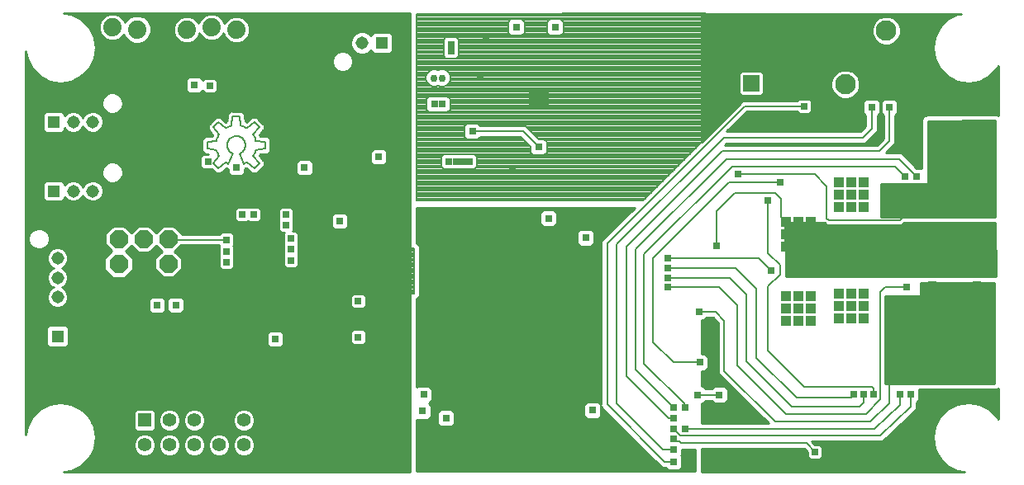
<source format=gbl>
G75*
G70*
%OFA0B0*%
%FSLAX24Y24*%
%IPPOS*%
%LPD*%
%AMOC8*
5,1,8,0,0,1.08239X$1,22.5*
%
%ADD10C,0.0740*%
%ADD11C,0.0650*%
%ADD12R,0.0650X0.0650*%
%ADD13R,0.0397X0.0397*%
%ADD14C,0.0300*%
%ADD15C,0.0515*%
%ADD16R,0.0515X0.0515*%
%ADD17R,0.0554X0.0554*%
%ADD18C,0.0554*%
%ADD19R,0.0827X0.0827*%
%ADD20C,0.0827*%
%ADD21OC8,0.0740*%
%ADD22C,0.0100*%
%ADD23R,0.0277X0.0277*%
%ADD24C,0.0080*%
%ADD25C,0.0079*%
D10*
X003815Y018310D03*
X004815Y018210D03*
X005815Y018310D03*
X006815Y018210D03*
X007815Y018310D03*
X008815Y018210D03*
D11*
X029580Y018037D03*
D12*
X029580Y016037D03*
D13*
X033126Y012028D03*
X033626Y012028D03*
X034126Y012028D03*
X034126Y011528D03*
X033626Y011528D03*
X033126Y011528D03*
X033126Y011028D03*
X033626Y011028D03*
X034126Y011028D03*
X031981Y010449D03*
X031481Y010449D03*
X030981Y010449D03*
X030981Y009949D03*
X031481Y009949D03*
X031981Y009949D03*
X031981Y009449D03*
X031481Y009449D03*
X030981Y009449D03*
X030981Y007433D03*
X031481Y007433D03*
X031981Y007433D03*
X031981Y006933D03*
X031481Y006933D03*
X030981Y006933D03*
X030981Y006433D03*
X031481Y006433D03*
X031981Y006433D03*
X033126Y006540D03*
X033126Y007040D03*
X033126Y007540D03*
X033626Y007540D03*
X034126Y007540D03*
X034126Y007040D03*
X033626Y007040D03*
X033626Y006540D03*
X034126Y006540D03*
X035461Y005335D03*
X035961Y005335D03*
X036461Y005335D03*
X036461Y004835D03*
X036461Y004335D03*
X035961Y004335D03*
X035461Y004335D03*
X035461Y004835D03*
X035961Y004835D03*
X037126Y013233D03*
X037126Y013733D03*
X037626Y013733D03*
X038126Y013733D03*
X038126Y013233D03*
X037626Y013233D03*
X037626Y014233D03*
X038126Y014233D03*
X037126Y014233D03*
D14*
X017121Y016252D03*
X016801Y016252D03*
D15*
X013890Y017670D03*
X003024Y014481D03*
X002237Y014481D03*
X002237Y011685D03*
X003024Y011685D03*
X001607Y008969D03*
X001607Y008181D03*
X001607Y007394D03*
X001607Y006607D03*
D16*
X001607Y005819D03*
X001449Y011685D03*
X001449Y014481D03*
X014678Y017670D03*
D17*
X005119Y002422D03*
D18*
X006119Y002422D03*
X007119Y002422D03*
X008119Y002422D03*
X009119Y002422D03*
X009119Y001422D03*
X008119Y001422D03*
X007119Y001422D03*
X006119Y001422D03*
X005119Y001422D03*
D19*
X033378Y018162D03*
X038674Y010957D03*
D20*
X036902Y010957D03*
X036902Y009304D03*
X038674Y009304D03*
X038674Y007650D03*
X036902Y007650D03*
X035032Y015996D03*
X033378Y015996D03*
X035032Y018162D03*
D21*
X006071Y009744D03*
X005071Y009744D03*
X004071Y009744D03*
X004071Y008744D03*
X005071Y008744D03*
X006071Y008744D03*
D22*
X002165Y000370D02*
X001852Y000320D01*
X015819Y000320D01*
X015819Y018878D01*
X001852Y018878D01*
X002165Y018828D01*
X002165Y018828D01*
X002562Y018626D01*
X002562Y018626D01*
X002878Y018310D01*
X002878Y018310D01*
X003080Y017913D01*
X003080Y017913D01*
X003150Y017473D01*
X003080Y017032D01*
X002878Y016635D01*
X002878Y016635D01*
X002562Y016320D01*
X002562Y016320D01*
X002165Y016118D01*
X002165Y016118D01*
X001725Y016048D01*
X001725Y016048D01*
X001284Y016118D01*
X001284Y016118D01*
X000887Y016320D01*
X000887Y016320D01*
X000572Y016635D01*
X000572Y016635D01*
X000370Y017032D01*
X000370Y017032D01*
X000320Y017345D01*
X000320Y001852D01*
X000370Y002165D01*
X000572Y002562D01*
X000572Y002562D01*
X000887Y002878D01*
X000887Y002878D01*
X000887Y002878D01*
X001284Y003080D01*
X001284Y003080D01*
X001725Y003150D01*
X001725Y003150D01*
X002165Y003080D01*
X002165Y003080D01*
X002562Y002878D01*
X002562Y002878D01*
X002878Y002562D01*
X002878Y002562D01*
X003080Y002165D01*
X003080Y002165D01*
X003150Y001725D01*
X003080Y001284D01*
X003080Y001284D01*
X002878Y000887D01*
X002878Y000887D01*
X002562Y000572D01*
X002562Y000572D01*
X002165Y000370D01*
X002165Y000370D01*
X002023Y000347D02*
X015819Y000347D01*
X015819Y000446D02*
X002314Y000446D01*
X002508Y000544D02*
X015819Y000544D01*
X015819Y000643D02*
X002633Y000643D01*
X002731Y000741D02*
X015819Y000741D01*
X015819Y000840D02*
X002830Y000840D01*
X002904Y000938D02*
X015819Y000938D01*
X015819Y001037D02*
X009357Y001037D01*
X009372Y001043D02*
X009498Y001168D01*
X009566Y001333D01*
X009566Y001511D01*
X009498Y001675D01*
X009372Y001801D01*
X009207Y001869D01*
X009030Y001869D01*
X008865Y001801D01*
X008739Y001675D01*
X008671Y001511D01*
X008671Y001333D01*
X008739Y001168D01*
X008865Y001043D01*
X009030Y000974D01*
X009207Y000974D01*
X009372Y001043D01*
X009464Y001135D02*
X015819Y001135D01*
X015819Y001234D02*
X009525Y001234D01*
X009565Y001332D02*
X015819Y001332D01*
X015819Y001431D02*
X009566Y001431D01*
X009558Y001529D02*
X015819Y001529D01*
X015819Y001628D02*
X009517Y001628D01*
X009447Y001726D02*
X015819Y001726D01*
X015819Y001825D02*
X009314Y001825D01*
X009207Y001974D02*
X009372Y002043D01*
X009498Y002168D01*
X009566Y002333D01*
X009566Y002511D01*
X009498Y002675D01*
X009372Y002801D01*
X009207Y002869D01*
X009030Y002869D01*
X008865Y002801D01*
X008739Y002675D01*
X008671Y002511D01*
X008671Y002333D01*
X008739Y002168D01*
X008865Y002043D01*
X009030Y001974D01*
X009207Y001974D01*
X009321Y002022D02*
X015819Y002022D01*
X015819Y002120D02*
X009449Y002120D01*
X009518Y002219D02*
X015819Y002219D01*
X015819Y002317D02*
X009559Y002317D01*
X009566Y002416D02*
X015819Y002416D01*
X015819Y002514D02*
X009564Y002514D01*
X009523Y002613D02*
X015819Y002613D01*
X015819Y002711D02*
X009462Y002711D01*
X009351Y002810D02*
X015819Y002810D01*
X015819Y002908D02*
X002503Y002908D01*
X002631Y002810D02*
X004712Y002810D01*
X004671Y002769D02*
X004671Y002074D01*
X004771Y001974D01*
X005466Y001974D01*
X005566Y002074D01*
X005566Y002769D01*
X005466Y002869D01*
X004771Y002869D01*
X004671Y002769D01*
X004671Y002711D02*
X002729Y002711D01*
X002828Y002613D02*
X004671Y002613D01*
X004671Y002514D02*
X002902Y002514D01*
X002952Y002416D02*
X004671Y002416D01*
X004671Y002317D02*
X003003Y002317D01*
X003053Y002219D02*
X004671Y002219D01*
X004671Y002120D02*
X003087Y002120D01*
X003103Y002022D02*
X004724Y002022D01*
X004865Y001801D02*
X004739Y001675D01*
X004671Y001511D01*
X004671Y001333D01*
X004739Y001168D01*
X004865Y001043D01*
X005030Y000974D01*
X005207Y000974D01*
X005372Y001043D01*
X005498Y001168D01*
X005566Y001333D01*
X005566Y001511D01*
X005498Y001675D01*
X005372Y001801D01*
X005207Y001869D01*
X005030Y001869D01*
X004865Y001801D01*
X004923Y001825D02*
X003134Y001825D01*
X003118Y001923D02*
X015819Y001923D01*
X016095Y001923D02*
X024559Y001923D01*
X024657Y001825D02*
X016095Y001825D01*
X016095Y001726D02*
X024756Y001726D01*
X024854Y001628D02*
X016095Y001628D01*
X016095Y001529D02*
X024953Y001529D01*
X025051Y001431D02*
X016095Y001431D01*
X016095Y001332D02*
X025150Y001332D01*
X025248Y001234D02*
X016095Y001234D01*
X016095Y001135D02*
X025347Y001135D01*
X025445Y001037D02*
X016095Y001037D01*
X016095Y000938D02*
X025544Y000938D01*
X025642Y000840D02*
X016095Y000840D01*
X016095Y000741D02*
X025741Y000741D01*
X025839Y000643D02*
X016095Y000643D01*
X016095Y000544D02*
X025938Y000544D01*
X025953Y000529D02*
X026045Y000491D01*
X026125Y000491D01*
X026223Y000392D01*
X026675Y000392D01*
X026798Y000515D01*
X026798Y000966D01*
X026768Y000996D01*
X026798Y001027D01*
X026798Y001239D01*
X027315Y001239D01*
X027315Y000360D01*
X016095Y000360D01*
X016095Y002450D01*
X016105Y002439D01*
X016557Y002439D01*
X016680Y002562D01*
X016680Y003014D01*
X016585Y003108D01*
X016596Y003108D01*
X016719Y003231D01*
X016719Y003683D01*
X016596Y003806D01*
X016145Y003806D01*
X016095Y003756D01*
X016095Y007330D01*
X016118Y007340D01*
X016189Y007410D01*
X016227Y007502D01*
X016227Y009412D01*
X016189Y009504D01*
X016118Y009575D01*
X016095Y009584D01*
X016095Y011016D01*
X024875Y011016D01*
X023560Y009701D01*
X023522Y009609D01*
X023522Y003061D01*
X023407Y003176D01*
X022956Y003176D01*
X022833Y003053D01*
X022833Y002601D01*
X022956Y002478D01*
X023407Y002478D01*
X023530Y002601D01*
X023530Y002994D01*
X023560Y002922D01*
X023630Y002851D01*
X025953Y000529D01*
X026170Y000446D02*
X016095Y000446D01*
X016095Y002022D02*
X024460Y002022D01*
X024362Y002120D02*
X016095Y002120D01*
X016095Y002219D02*
X016995Y002219D01*
X017050Y002163D02*
X016927Y002286D01*
X016927Y002738D01*
X017050Y002861D01*
X017502Y002861D01*
X017625Y002738D01*
X017625Y002286D01*
X017502Y002163D01*
X017050Y002163D01*
X016927Y002317D02*
X016095Y002317D01*
X016095Y002416D02*
X016927Y002416D01*
X016927Y002514D02*
X016632Y002514D01*
X016680Y002613D02*
X016927Y002613D01*
X016927Y002711D02*
X016680Y002711D01*
X016680Y002810D02*
X016999Y002810D01*
X016680Y002908D02*
X022833Y002908D01*
X022833Y002810D02*
X017553Y002810D01*
X017625Y002711D02*
X022833Y002711D01*
X022833Y002613D02*
X017625Y002613D01*
X017625Y002514D02*
X022920Y002514D01*
X023443Y002514D02*
X023968Y002514D01*
X024066Y002416D02*
X017625Y002416D01*
X017625Y002317D02*
X024165Y002317D01*
X024263Y002219D02*
X017557Y002219D01*
X016680Y003007D02*
X022833Y003007D01*
X022885Y003105D02*
X016588Y003105D01*
X016691Y003204D02*
X023522Y003204D01*
X023522Y003302D02*
X016719Y003302D01*
X016719Y003401D02*
X023522Y003401D01*
X023522Y003499D02*
X016719Y003499D01*
X016719Y003598D02*
X023522Y003598D01*
X023522Y003696D02*
X016706Y003696D01*
X016608Y003795D02*
X023522Y003795D01*
X023522Y003893D02*
X016095Y003893D01*
X016095Y003795D02*
X016133Y003795D01*
X016095Y003992D02*
X023522Y003992D01*
X023522Y004090D02*
X016095Y004090D01*
X016095Y004189D02*
X023522Y004189D01*
X023522Y004287D02*
X016095Y004287D01*
X016095Y004386D02*
X023522Y004386D01*
X023522Y004484D02*
X016095Y004484D01*
X016095Y004583D02*
X023522Y004583D01*
X023522Y004681D02*
X016095Y004681D01*
X016095Y004780D02*
X023522Y004780D01*
X023522Y004878D02*
X016095Y004878D01*
X016095Y004977D02*
X023522Y004977D01*
X023522Y005075D02*
X016095Y005075D01*
X016095Y005174D02*
X023522Y005174D01*
X023522Y005272D02*
X016095Y005272D01*
X016095Y005371D02*
X023522Y005371D01*
X023522Y005469D02*
X016095Y005469D01*
X016095Y005568D02*
X023522Y005568D01*
X023522Y005666D02*
X016095Y005666D01*
X016095Y005765D02*
X023522Y005765D01*
X023522Y005863D02*
X016095Y005863D01*
X016095Y005962D02*
X023522Y005962D01*
X023522Y006060D02*
X016095Y006060D01*
X016095Y006159D02*
X023522Y006159D01*
X023522Y006257D02*
X016095Y006257D01*
X016095Y006356D02*
X023522Y006356D01*
X023522Y006454D02*
X016095Y006454D01*
X016095Y006553D02*
X023522Y006553D01*
X023522Y006651D02*
X016095Y006651D01*
X016095Y006750D02*
X023522Y006750D01*
X023522Y006848D02*
X016095Y006848D01*
X016095Y006947D02*
X023522Y006947D01*
X023522Y007045D02*
X016095Y007045D01*
X016095Y007144D02*
X023522Y007144D01*
X023522Y007242D02*
X016095Y007242D01*
X016119Y007341D02*
X023522Y007341D01*
X023522Y007439D02*
X016201Y007439D01*
X016227Y007538D02*
X023522Y007538D01*
X023522Y007636D02*
X016227Y007636D01*
X016227Y007735D02*
X023522Y007735D01*
X023522Y007833D02*
X016227Y007833D01*
X016227Y007932D02*
X023522Y007932D01*
X023522Y008030D02*
X016227Y008030D01*
X016227Y008129D02*
X023522Y008129D01*
X023522Y008227D02*
X016227Y008227D01*
X016227Y008326D02*
X023522Y008326D01*
X023522Y008424D02*
X016227Y008424D01*
X016227Y008523D02*
X023522Y008523D01*
X023522Y008621D02*
X016227Y008621D01*
X016227Y008720D02*
X023522Y008720D01*
X023522Y008818D02*
X016227Y008818D01*
X016227Y008917D02*
X023522Y008917D01*
X023522Y009015D02*
X016227Y009015D01*
X016227Y009114D02*
X023522Y009114D01*
X023522Y009212D02*
X016227Y009212D01*
X016227Y009311D02*
X023522Y009311D01*
X023522Y009409D02*
X016227Y009409D01*
X016185Y009508D02*
X022620Y009508D01*
X022680Y009447D02*
X023132Y009447D01*
X023255Y009570D01*
X023255Y010021D01*
X023132Y010144D01*
X022680Y010144D01*
X022557Y010021D01*
X022557Y009570D01*
X022680Y009447D01*
X022557Y009606D02*
X016095Y009606D01*
X016095Y009705D02*
X022557Y009705D01*
X022557Y009803D02*
X016095Y009803D01*
X016095Y009902D02*
X022557Y009902D01*
X022557Y010000D02*
X016095Y010000D01*
X016095Y010099D02*
X022634Y010099D01*
X023178Y010099D02*
X023958Y010099D01*
X024056Y010197D02*
X016095Y010197D01*
X016095Y010296D02*
X021123Y010296D01*
X021184Y010234D02*
X021636Y010234D01*
X021759Y010357D01*
X021759Y010809D01*
X021636Y010932D01*
X021184Y010932D01*
X021061Y010809D01*
X021061Y010357D01*
X021184Y010234D01*
X021061Y010394D02*
X016095Y010394D01*
X016095Y010493D02*
X021061Y010493D01*
X021061Y010591D02*
X016095Y010591D01*
X016095Y010690D02*
X021061Y010690D01*
X021061Y010788D02*
X016095Y010788D01*
X016095Y010887D02*
X021139Y010887D01*
X021681Y010887D02*
X024746Y010887D01*
X024844Y010985D02*
X016095Y010985D01*
X015819Y010985D02*
X011093Y010985D01*
X011128Y010950D02*
X011028Y011049D01*
X010610Y011049D01*
X010511Y010950D01*
X010511Y010531D01*
X010518Y010524D01*
X010511Y010517D01*
X010511Y010098D01*
X010610Y009999D01*
X010741Y009999D01*
X010707Y009965D01*
X010707Y009547D01*
X010715Y009540D01*
X010707Y009532D01*
X010707Y009114D01*
X010727Y009095D01*
X010711Y009080D01*
X010711Y008661D01*
X010811Y008562D01*
X011229Y008562D01*
X011329Y008661D01*
X011329Y009080D01*
X011310Y009099D01*
X011325Y009114D01*
X011325Y009532D01*
X011318Y009540D01*
X011325Y009547D01*
X011325Y009965D01*
X011225Y010065D01*
X011095Y010065D01*
X011128Y010098D01*
X011128Y010517D01*
X011121Y010524D01*
X011128Y010531D01*
X011128Y010950D01*
X011128Y010887D02*
X015819Y010887D01*
X015819Y010788D02*
X013222Y010788D01*
X013206Y010804D02*
X012763Y010804D01*
X012646Y010687D01*
X012646Y010243D01*
X012763Y010126D01*
X013206Y010126D01*
X013323Y010243D01*
X013323Y010687D01*
X013206Y010804D01*
X013320Y010690D02*
X015819Y010690D01*
X015819Y010591D02*
X013323Y010591D01*
X013323Y010493D02*
X015819Y010493D01*
X015819Y010394D02*
X013323Y010394D01*
X013323Y010296D02*
X015819Y010296D01*
X015819Y010197D02*
X013277Y010197D01*
X012692Y010197D02*
X011128Y010197D01*
X011128Y010099D02*
X015819Y010099D01*
X015819Y010000D02*
X011290Y010000D01*
X011325Y009902D02*
X015819Y009902D01*
X015819Y009803D02*
X011325Y009803D01*
X011325Y009705D02*
X015819Y009705D01*
X015819Y009606D02*
X011325Y009606D01*
X011325Y009508D02*
X015819Y009508D01*
X015819Y009409D02*
X011325Y009409D01*
X011325Y009311D02*
X015819Y009311D01*
X015819Y009212D02*
X011325Y009212D01*
X011324Y009114D02*
X015819Y009114D01*
X015819Y009015D02*
X011329Y009015D01*
X011329Y008917D02*
X015819Y008917D01*
X015819Y008818D02*
X011329Y008818D01*
X011329Y008720D02*
X015819Y008720D01*
X015819Y008621D02*
X011289Y008621D01*
X010752Y008621D02*
X008726Y008621D01*
X008726Y008602D02*
X008726Y009021D01*
X008719Y009028D01*
X008726Y009035D01*
X008726Y009454D01*
X008699Y009481D01*
X008726Y009508D01*
X008726Y009926D01*
X008627Y010026D01*
X008209Y010026D01*
X008110Y009927D01*
X006611Y009927D01*
X006611Y009968D01*
X006295Y010284D01*
X005848Y010284D01*
X005571Y010008D01*
X005295Y010284D01*
X004848Y010284D01*
X004571Y010008D01*
X004295Y010284D01*
X003848Y010284D01*
X003531Y009968D01*
X003531Y009521D01*
X003786Y009266D01*
X003501Y008981D01*
X003501Y008508D01*
X003835Y008174D01*
X004307Y008174D01*
X004641Y008508D01*
X004641Y008981D01*
X004356Y009266D01*
X004571Y009481D01*
X004848Y009204D01*
X005295Y009204D01*
X005571Y009481D01*
X005808Y009244D01*
X005531Y008968D01*
X005531Y008521D01*
X005848Y008204D01*
X006295Y008204D01*
X006611Y008521D01*
X006611Y008968D01*
X006335Y009244D01*
X006597Y009507D01*
X008110Y009507D01*
X008136Y009481D01*
X008109Y009454D01*
X008109Y009035D01*
X008116Y009028D01*
X008109Y009021D01*
X008109Y008602D01*
X008209Y008503D01*
X008627Y008503D01*
X008726Y008602D01*
X008647Y008523D02*
X015819Y008523D01*
X015819Y008424D02*
X006514Y008424D01*
X006611Y008523D02*
X008189Y008523D01*
X008109Y008621D02*
X006611Y008621D01*
X006611Y008720D02*
X008109Y008720D01*
X008109Y008818D02*
X006611Y008818D01*
X006611Y008917D02*
X008109Y008917D01*
X008109Y009015D02*
X006564Y009015D01*
X006466Y009114D02*
X008109Y009114D01*
X008109Y009212D02*
X006367Y009212D01*
X006401Y009311D02*
X008109Y009311D01*
X008109Y009409D02*
X006499Y009409D01*
X005775Y009212D02*
X005302Y009212D01*
X005401Y009311D02*
X005742Y009311D01*
X005643Y009409D02*
X005499Y009409D01*
X005677Y009114D02*
X004508Y009114D01*
X004410Y009212D02*
X004840Y009212D01*
X004742Y009311D02*
X004401Y009311D01*
X004499Y009409D02*
X004643Y009409D01*
X004607Y009015D02*
X005578Y009015D01*
X005531Y008917D02*
X004641Y008917D01*
X004641Y008818D02*
X005531Y008818D01*
X005531Y008720D02*
X004641Y008720D01*
X004641Y008621D02*
X005531Y008621D01*
X005531Y008523D02*
X004641Y008523D01*
X004557Y008424D02*
X005628Y008424D01*
X005727Y008326D02*
X004458Y008326D01*
X004360Y008227D02*
X005825Y008227D01*
X006317Y008227D02*
X015819Y008227D01*
X015819Y008129D02*
X002034Y008129D01*
X002034Y008096D02*
X002034Y008267D01*
X001969Y008424D01*
X003586Y008424D01*
X003501Y008523D02*
X001870Y008523D01*
X001849Y008544D02*
X001773Y008575D01*
X001849Y008606D01*
X001969Y008727D01*
X002034Y008884D01*
X002034Y009054D01*
X001969Y009211D01*
X001849Y009331D01*
X001692Y009396D01*
X001522Y009396D01*
X001365Y009331D01*
X001244Y009211D01*
X001179Y009054D01*
X001179Y008884D01*
X001244Y008727D01*
X001365Y008606D01*
X001440Y008575D01*
X001365Y008544D01*
X001244Y008424D01*
X001179Y008267D01*
X001179Y008096D01*
X001244Y007939D01*
X001365Y007819D01*
X001440Y007788D01*
X001365Y007756D01*
X001244Y007636D01*
X000320Y007636D01*
X000320Y007538D02*
X001203Y007538D01*
X001179Y007479D02*
X001179Y007309D01*
X001244Y007152D01*
X001365Y007032D01*
X001522Y006967D01*
X001692Y006967D01*
X001849Y007032D01*
X001969Y007152D01*
X002034Y007309D01*
X002034Y007479D01*
X001969Y007636D01*
X015819Y007636D01*
X015819Y007538D02*
X013950Y007538D01*
X013942Y007545D02*
X013524Y007545D01*
X013424Y007446D01*
X013424Y007027D01*
X013524Y006928D01*
X013942Y006928D01*
X014041Y007027D01*
X014041Y007446D01*
X013942Y007545D01*
X014041Y007439D02*
X015819Y007439D01*
X015819Y007341D02*
X014041Y007341D01*
X014041Y007242D02*
X015819Y007242D01*
X015819Y007144D02*
X014041Y007144D01*
X014041Y007045D02*
X015819Y007045D01*
X015819Y006947D02*
X013960Y006947D01*
X013505Y006947D02*
X006709Y006947D01*
X006709Y006858D02*
X006592Y006740D01*
X006149Y006740D01*
X006032Y006858D01*
X006032Y007301D01*
X006149Y007418D01*
X006592Y007418D01*
X006709Y007301D01*
X006709Y006858D01*
X006700Y006848D02*
X015819Y006848D01*
X015819Y006750D02*
X006601Y006750D01*
X006709Y007045D02*
X013424Y007045D01*
X013424Y007144D02*
X006709Y007144D01*
X006709Y007242D02*
X013424Y007242D01*
X013424Y007341D02*
X006669Y007341D01*
X006072Y007341D02*
X005921Y007341D01*
X005961Y007301D02*
X005844Y007418D01*
X005401Y007418D01*
X005284Y007301D01*
X005284Y006858D01*
X005401Y006740D01*
X005844Y006740D01*
X005961Y006858D01*
X005961Y007301D01*
X005961Y007242D02*
X006032Y007242D01*
X006032Y007144D02*
X005961Y007144D01*
X005961Y007045D02*
X006032Y007045D01*
X006032Y006947D02*
X005961Y006947D01*
X005952Y006848D02*
X006041Y006848D01*
X006140Y006750D02*
X005853Y006750D01*
X005392Y006750D02*
X000320Y006750D01*
X000320Y006848D02*
X005293Y006848D01*
X005284Y006947D02*
X000320Y006947D01*
X000320Y007045D02*
X001351Y007045D01*
X001253Y007144D02*
X000320Y007144D01*
X000320Y007242D02*
X001207Y007242D01*
X001179Y007341D02*
X000320Y007341D01*
X000320Y007439D02*
X001179Y007439D01*
X001179Y007479D02*
X001244Y007636D01*
X001343Y007735D02*
X000320Y007735D01*
X000320Y007833D02*
X001351Y007833D01*
X001252Y007932D02*
X000320Y007932D01*
X000320Y008030D02*
X001207Y008030D01*
X001179Y008129D02*
X000320Y008129D01*
X000320Y008227D02*
X001179Y008227D01*
X001204Y008326D02*
X000320Y008326D01*
X000320Y008424D02*
X001245Y008424D01*
X001343Y008523D02*
X000320Y008523D01*
X000320Y008621D02*
X001350Y008621D01*
X001252Y008720D02*
X000320Y008720D01*
X000320Y008818D02*
X001206Y008818D01*
X001179Y008917D02*
X000320Y008917D01*
X000320Y009015D02*
X001179Y009015D01*
X001204Y009114D02*
X000320Y009114D01*
X000320Y009212D02*
X001245Y009212D01*
X001344Y009311D02*
X000320Y009311D01*
X000320Y009409D02*
X000604Y009409D01*
X000617Y009395D02*
X000774Y009330D01*
X000943Y009330D01*
X001100Y009395D01*
X001220Y009515D01*
X001285Y009672D01*
X001285Y009841D01*
X001220Y009998D01*
X001100Y010117D01*
X000943Y010182D01*
X000774Y010182D01*
X000617Y010117D01*
X000498Y009998D01*
X000433Y009841D01*
X000433Y009672D01*
X000498Y009515D01*
X000617Y009395D01*
X000505Y009508D02*
X000320Y009508D01*
X000320Y009606D02*
X000460Y009606D01*
X000433Y009705D02*
X000320Y009705D01*
X000320Y009803D02*
X000433Y009803D01*
X000458Y009902D02*
X000320Y009902D01*
X000320Y010000D02*
X000500Y010000D01*
X000599Y010099D02*
X000320Y010099D01*
X000320Y010197D02*
X003760Y010197D01*
X003662Y010099D02*
X001119Y010099D01*
X001217Y010000D02*
X003563Y010000D01*
X003531Y009902D02*
X001260Y009902D01*
X001285Y009803D02*
X003531Y009803D01*
X003531Y009705D02*
X001285Y009705D01*
X001257Y009606D02*
X003531Y009606D01*
X003545Y009508D02*
X001212Y009508D01*
X001114Y009409D02*
X003643Y009409D01*
X003742Y009311D02*
X001870Y009311D01*
X001968Y009212D02*
X003733Y009212D01*
X003634Y009114D02*
X002009Y009114D01*
X002034Y009015D02*
X003536Y009015D01*
X003501Y008917D02*
X002034Y008917D01*
X002007Y008818D02*
X003501Y008818D01*
X003501Y008720D02*
X001962Y008720D01*
X001863Y008621D02*
X003501Y008621D01*
X003684Y008326D02*
X002010Y008326D01*
X002034Y008227D02*
X003783Y008227D01*
X002034Y008096D02*
X001969Y007939D01*
X001849Y007819D01*
X001773Y007788D01*
X001849Y007756D01*
X001969Y007636D01*
X002010Y007538D02*
X013516Y007538D01*
X013424Y007439D02*
X002034Y007439D01*
X002034Y007341D02*
X005324Y007341D01*
X005284Y007242D02*
X002006Y007242D01*
X001961Y007144D02*
X005284Y007144D01*
X005284Y007045D02*
X001862Y007045D01*
X001871Y007735D02*
X015819Y007735D01*
X015819Y007833D02*
X001863Y007833D01*
X001961Y007932D02*
X015819Y007932D01*
X015819Y008030D02*
X002007Y008030D01*
X001969Y008424D02*
X001849Y008544D01*
X004382Y010197D02*
X004760Y010197D01*
X004662Y010099D02*
X004481Y010099D01*
X005382Y010197D02*
X005760Y010197D01*
X005662Y010099D02*
X005481Y010099D01*
X006382Y010197D02*
X010511Y010197D01*
X010511Y010099D02*
X006481Y010099D01*
X006579Y010000D02*
X008183Y010000D01*
X008653Y010000D02*
X010609Y010000D01*
X010707Y009902D02*
X008726Y009902D01*
X008726Y009803D02*
X010707Y009803D01*
X010707Y009705D02*
X008726Y009705D01*
X008726Y009606D02*
X010707Y009606D01*
X010707Y009508D02*
X008726Y009508D01*
X008726Y009409D02*
X010707Y009409D01*
X010707Y009311D02*
X008726Y009311D01*
X008726Y009212D02*
X010707Y009212D01*
X010708Y009114D02*
X008726Y009114D01*
X008726Y009015D02*
X010711Y009015D01*
X010711Y008917D02*
X008726Y008917D01*
X008726Y008818D02*
X010711Y008818D01*
X010711Y008720D02*
X008726Y008720D01*
X006416Y008326D02*
X015819Y008326D01*
X015819Y006651D02*
X000320Y006651D01*
X000320Y006553D02*
X015819Y006553D01*
X015819Y006454D02*
X000320Y006454D01*
X000320Y006356D02*
X015819Y006356D01*
X015819Y006257D02*
X001967Y006257D01*
X001947Y006277D02*
X002064Y006160D01*
X002064Y005479D01*
X001947Y005362D01*
X001266Y005362D01*
X001149Y005479D01*
X001149Y006160D01*
X001266Y006277D01*
X001947Y006277D01*
X002064Y006159D02*
X015819Y006159D01*
X015819Y006060D02*
X013970Y006060D01*
X013942Y006089D02*
X013524Y006089D01*
X013424Y005989D01*
X013424Y005571D01*
X013524Y005471D01*
X013942Y005471D01*
X014041Y005571D01*
X014041Y005989D01*
X013942Y006089D01*
X014041Y005962D02*
X015819Y005962D01*
X015819Y005863D02*
X014041Y005863D01*
X014041Y005765D02*
X015819Y005765D01*
X015819Y005666D02*
X014041Y005666D01*
X014038Y005568D02*
X015819Y005568D01*
X015819Y005469D02*
X010714Y005469D01*
X010725Y005480D02*
X010608Y005362D01*
X010165Y005362D01*
X010047Y005480D01*
X010047Y005923D01*
X010165Y006040D01*
X010608Y006040D01*
X010725Y005923D01*
X010725Y005480D01*
X010725Y005568D02*
X013427Y005568D01*
X013424Y005666D02*
X010725Y005666D01*
X010725Y005765D02*
X013424Y005765D01*
X013424Y005863D02*
X010725Y005863D01*
X010686Y005962D02*
X013424Y005962D01*
X013495Y006060D02*
X002064Y006060D01*
X002064Y005962D02*
X010086Y005962D01*
X010047Y005863D02*
X002064Y005863D01*
X002064Y005765D02*
X010047Y005765D01*
X010047Y005666D02*
X002064Y005666D01*
X002064Y005568D02*
X010047Y005568D01*
X010058Y005469D02*
X002054Y005469D01*
X001956Y005371D02*
X010157Y005371D01*
X010616Y005371D02*
X015819Y005371D01*
X015819Y005272D02*
X000320Y005272D01*
X000320Y005174D02*
X015819Y005174D01*
X015819Y005075D02*
X000320Y005075D01*
X000320Y004977D02*
X015819Y004977D01*
X015819Y004878D02*
X000320Y004878D01*
X000320Y004780D02*
X015819Y004780D01*
X015819Y004681D02*
X000320Y004681D01*
X000320Y004583D02*
X015819Y004583D01*
X015819Y004484D02*
X000320Y004484D01*
X000320Y004386D02*
X015819Y004386D01*
X015819Y004287D02*
X000320Y004287D01*
X000320Y004189D02*
X015819Y004189D01*
X015819Y004090D02*
X000320Y004090D01*
X000320Y003992D02*
X015819Y003992D01*
X015819Y003893D02*
X000320Y003893D01*
X000320Y003795D02*
X015819Y003795D01*
X015819Y003696D02*
X000320Y003696D01*
X000320Y003598D02*
X015819Y003598D01*
X015819Y003499D02*
X000320Y003499D01*
X000320Y003401D02*
X015819Y003401D01*
X015819Y003302D02*
X000320Y003302D01*
X000320Y003204D02*
X015819Y003204D01*
X015819Y003105D02*
X002008Y003105D01*
X002310Y003007D02*
X015819Y003007D01*
X008886Y002810D02*
X007351Y002810D01*
X007372Y002801D02*
X007207Y002869D01*
X007030Y002869D01*
X006865Y002801D01*
X006739Y002675D01*
X006671Y002511D01*
X006671Y002333D01*
X006739Y002168D01*
X006865Y002043D01*
X007030Y001974D01*
X007207Y001974D01*
X007372Y002043D01*
X007498Y002168D01*
X007566Y002333D01*
X007566Y002511D01*
X007498Y002675D01*
X007372Y002801D01*
X007462Y002711D02*
X008775Y002711D01*
X008714Y002613D02*
X007523Y002613D01*
X007564Y002514D02*
X008673Y002514D01*
X008671Y002416D02*
X007566Y002416D01*
X007559Y002317D02*
X008678Y002317D01*
X008719Y002219D02*
X007518Y002219D01*
X007449Y002120D02*
X008788Y002120D01*
X008916Y002022D02*
X007321Y002022D01*
X007207Y001869D02*
X007030Y001869D01*
X006865Y001801D01*
X006739Y001675D01*
X006671Y001511D01*
X006671Y001333D01*
X006739Y001168D01*
X006865Y001043D01*
X007030Y000974D01*
X007207Y000974D01*
X007372Y001043D01*
X007498Y001168D01*
X007566Y001333D01*
X007566Y001511D01*
X007498Y001675D01*
X007372Y001801D01*
X007207Y001869D01*
X007314Y001825D02*
X007923Y001825D01*
X007865Y001801D02*
X007739Y001675D01*
X007671Y001511D01*
X007671Y001333D01*
X007739Y001168D01*
X007865Y001043D01*
X008030Y000974D01*
X008207Y000974D01*
X008372Y001043D01*
X008498Y001168D01*
X008566Y001333D01*
X008566Y001511D01*
X008498Y001675D01*
X008372Y001801D01*
X008207Y001869D01*
X008030Y001869D01*
X007865Y001801D01*
X007790Y001726D02*
X007447Y001726D01*
X007517Y001628D02*
X007720Y001628D01*
X007679Y001529D02*
X007558Y001529D01*
X007566Y001431D02*
X007671Y001431D01*
X007672Y001332D02*
X007565Y001332D01*
X007525Y001234D02*
X007712Y001234D01*
X007773Y001135D02*
X007464Y001135D01*
X007357Y001037D02*
X007880Y001037D01*
X008357Y001037D02*
X008880Y001037D01*
X008773Y001135D02*
X008464Y001135D01*
X008525Y001234D02*
X008712Y001234D01*
X008672Y001332D02*
X008565Y001332D01*
X008566Y001431D02*
X008671Y001431D01*
X008679Y001529D02*
X008558Y001529D01*
X008517Y001628D02*
X008720Y001628D01*
X008790Y001726D02*
X008447Y001726D01*
X008314Y001825D02*
X008923Y001825D01*
X006923Y001825D02*
X006314Y001825D01*
X006372Y001801D02*
X006207Y001869D01*
X006030Y001869D01*
X005865Y001801D01*
X005739Y001675D01*
X005671Y001511D01*
X005671Y001333D01*
X005739Y001168D01*
X005865Y001043D01*
X006030Y000974D01*
X006207Y000974D01*
X006372Y001043D01*
X006498Y001168D01*
X006566Y001333D01*
X006566Y001511D01*
X006498Y001675D01*
X006372Y001801D01*
X006447Y001726D02*
X006790Y001726D01*
X006720Y001628D02*
X006517Y001628D01*
X006558Y001529D02*
X006679Y001529D01*
X006671Y001431D02*
X006566Y001431D01*
X006565Y001332D02*
X006672Y001332D01*
X006712Y001234D02*
X006525Y001234D01*
X006464Y001135D02*
X006773Y001135D01*
X006880Y001037D02*
X006357Y001037D01*
X005880Y001037D02*
X005357Y001037D01*
X005464Y001135D02*
X005773Y001135D01*
X005712Y001234D02*
X005525Y001234D01*
X005565Y001332D02*
X005672Y001332D01*
X005671Y001431D02*
X005566Y001431D01*
X005558Y001529D02*
X005679Y001529D01*
X005720Y001628D02*
X005517Y001628D01*
X005447Y001726D02*
X005790Y001726D01*
X005923Y001825D02*
X005314Y001825D01*
X005513Y002022D02*
X005916Y002022D01*
X005865Y002043D02*
X006030Y001974D01*
X006207Y001974D01*
X006372Y002043D01*
X006498Y002168D01*
X006566Y002333D01*
X006566Y002511D01*
X006498Y002675D01*
X006372Y002801D01*
X006207Y002869D01*
X006030Y002869D01*
X005865Y002801D01*
X005739Y002675D01*
X005671Y002511D01*
X005671Y002333D01*
X005739Y002168D01*
X005865Y002043D01*
X005788Y002120D02*
X005566Y002120D01*
X005566Y002219D02*
X005719Y002219D01*
X005678Y002317D02*
X005566Y002317D01*
X005566Y002416D02*
X005671Y002416D01*
X005673Y002514D02*
X005566Y002514D01*
X005566Y002613D02*
X005714Y002613D01*
X005775Y002711D02*
X005566Y002711D01*
X005525Y002810D02*
X005886Y002810D01*
X006351Y002810D02*
X006886Y002810D01*
X006775Y002711D02*
X006462Y002711D01*
X006523Y002613D02*
X006714Y002613D01*
X006673Y002514D02*
X006564Y002514D01*
X006566Y002416D02*
X006671Y002416D01*
X006678Y002317D02*
X006559Y002317D01*
X006518Y002219D02*
X006719Y002219D01*
X006788Y002120D02*
X006449Y002120D01*
X006321Y002022D02*
X006916Y002022D01*
X004880Y001037D02*
X002954Y001037D01*
X003004Y001135D02*
X004773Y001135D01*
X004712Y001234D02*
X003054Y001234D01*
X003088Y001332D02*
X004672Y001332D01*
X004671Y001431D02*
X003103Y001431D01*
X003119Y001529D02*
X004679Y001529D01*
X004720Y001628D02*
X003134Y001628D01*
X003150Y001726D02*
X004790Y001726D01*
X001442Y003105D02*
X000320Y003105D01*
X000320Y003007D02*
X001140Y003007D01*
X000947Y002908D02*
X000320Y002908D01*
X000320Y002810D02*
X000819Y002810D01*
X000721Y002711D02*
X000320Y002711D01*
X000320Y002613D02*
X000622Y002613D01*
X000547Y002514D02*
X000320Y002514D01*
X000320Y002416D02*
X000497Y002416D01*
X000447Y002317D02*
X000320Y002317D01*
X000320Y002219D02*
X000397Y002219D01*
X000362Y002120D02*
X000320Y002120D01*
X000320Y002022D02*
X000347Y002022D01*
X000331Y001923D02*
X000320Y001923D01*
X000320Y005371D02*
X001258Y005371D01*
X001159Y005469D02*
X000320Y005469D01*
X000320Y005568D02*
X001149Y005568D01*
X001149Y005666D02*
X000320Y005666D01*
X000320Y005765D02*
X001149Y005765D01*
X001149Y005863D02*
X000320Y005863D01*
X000320Y005962D02*
X001149Y005962D01*
X001149Y006060D02*
X000320Y006060D01*
X000320Y006159D02*
X001149Y006159D01*
X001247Y006257D02*
X000320Y006257D01*
X000320Y010296D02*
X010511Y010296D01*
X010511Y010394D02*
X000320Y010394D01*
X000320Y010493D02*
X008778Y010493D01*
X008739Y010531D02*
X008838Y010432D01*
X009257Y010432D01*
X009284Y010459D01*
X009311Y010432D01*
X009729Y010432D01*
X009829Y010531D01*
X009829Y010950D01*
X009729Y011049D01*
X009311Y011049D01*
X009284Y011022D01*
X009257Y011049D01*
X008838Y011049D01*
X008739Y010950D01*
X008739Y010531D01*
X008739Y010591D02*
X000320Y010591D01*
X000320Y010690D02*
X008739Y010690D01*
X008739Y010788D02*
X000320Y010788D01*
X000320Y010887D02*
X008739Y010887D01*
X008774Y010985D02*
X000320Y010985D01*
X000320Y011084D02*
X015819Y011084D01*
X015819Y011182D02*
X000320Y011182D01*
X000320Y011281D02*
X001099Y011281D01*
X001121Y011258D02*
X001777Y011258D01*
X001877Y011358D01*
X001877Y011441D01*
X001994Y011323D01*
X002152Y011258D01*
X002322Y011258D01*
X002479Y011323D01*
X002599Y011443D01*
X002630Y011519D01*
X002662Y011443D01*
X002782Y011323D01*
X002939Y011258D01*
X003109Y011258D01*
X003266Y011323D01*
X003386Y011443D01*
X003451Y011600D01*
X003451Y011770D01*
X003386Y011928D01*
X003266Y012048D01*
X003109Y012113D01*
X002939Y012113D01*
X002782Y012048D01*
X002662Y011928D01*
X002630Y011852D01*
X002599Y011928D01*
X002479Y012048D01*
X002322Y012113D01*
X002152Y012113D01*
X001994Y012048D01*
X001877Y011930D01*
X001877Y012013D01*
X001777Y012113D01*
X001121Y012113D01*
X001022Y012013D01*
X001022Y011358D01*
X001121Y011258D01*
X001022Y011379D02*
X000320Y011379D01*
X000320Y011478D02*
X001022Y011478D01*
X001022Y011576D02*
X000320Y011576D01*
X000320Y011675D02*
X001022Y011675D01*
X001022Y011773D02*
X000320Y011773D01*
X000320Y011872D02*
X001022Y011872D01*
X001022Y011970D02*
X000320Y011970D01*
X000320Y012069D02*
X001077Y012069D01*
X001821Y012069D02*
X002044Y012069D01*
X001917Y011970D02*
X001877Y011970D01*
X002429Y012069D02*
X002832Y012069D01*
X002704Y011970D02*
X002557Y011970D01*
X002622Y011872D02*
X002638Y011872D01*
X002613Y011478D02*
X002647Y011478D01*
X002726Y011379D02*
X002535Y011379D01*
X002376Y011281D02*
X002884Y011281D01*
X003164Y011281D02*
X015819Y011281D01*
X015819Y011379D02*
X003322Y011379D01*
X003401Y011478D02*
X015819Y011478D01*
X015819Y011576D02*
X003441Y011576D01*
X003451Y011675D02*
X015819Y011675D01*
X015819Y011773D02*
X003450Y011773D01*
X003410Y011872D02*
X015819Y011872D01*
X015819Y011970D02*
X003344Y011970D01*
X003216Y012069D02*
X003580Y012069D01*
X003570Y012072D02*
X003727Y012008D01*
X003896Y012008D01*
X004053Y012072D01*
X004172Y012192D01*
X004237Y012349D01*
X004237Y012518D01*
X004172Y012675D01*
X004053Y012795D01*
X003896Y012859D01*
X003727Y012859D01*
X003570Y012795D01*
X003450Y012675D01*
X003386Y012518D01*
X003386Y012349D01*
X003450Y012192D01*
X003570Y012072D01*
X003476Y012167D02*
X000320Y012167D01*
X000320Y012266D02*
X003420Y012266D01*
X003386Y012364D02*
X000320Y012364D01*
X000320Y012463D02*
X003386Y012463D01*
X003403Y012561D02*
X000320Y012561D01*
X000320Y012660D02*
X003444Y012660D01*
X003534Y012758D02*
X000320Y012758D01*
X000320Y012857D02*
X003720Y012857D01*
X003903Y012857D02*
X007361Y012857D01*
X007361Y012955D02*
X000320Y012955D01*
X000320Y013054D02*
X007361Y013054D01*
X007361Y013076D02*
X007361Y012657D01*
X007461Y012558D01*
X007835Y012558D01*
X007929Y012465D01*
X007977Y012406D01*
X007989Y012404D01*
X007998Y012396D01*
X008074Y012396D01*
X008149Y012388D01*
X008159Y012396D01*
X008171Y012396D01*
X008225Y012450D01*
X008407Y012598D01*
X008421Y012592D01*
X008466Y012573D01*
X008484Y012566D01*
X008484Y012409D01*
X008602Y012292D01*
X009045Y012292D01*
X009162Y012409D01*
X009162Y012575D01*
X009202Y012592D01*
X009216Y012598D01*
X009398Y012450D01*
X009452Y012396D01*
X009464Y012396D01*
X009473Y012388D01*
X009549Y012396D01*
X009625Y012396D01*
X009634Y012404D01*
X009646Y012406D01*
X009694Y012465D01*
X009883Y012653D01*
X009942Y012701D01*
X009943Y012713D01*
X009952Y012722D01*
X009952Y012798D01*
X009959Y012874D01*
X009952Y012883D01*
X009952Y012895D01*
X009898Y012949D01*
X009757Y013122D01*
X009768Y013140D01*
X009773Y013160D01*
X009994Y013183D01*
X010070Y013183D01*
X010079Y013191D01*
X010091Y013192D01*
X010139Y013251D01*
X010193Y013305D01*
X010193Y013317D01*
X010201Y013327D01*
X010193Y013402D01*
X010193Y013669D01*
X010201Y013745D01*
X010193Y013754D01*
X010193Y013766D01*
X010139Y013820D01*
X010091Y013879D01*
X010079Y013881D01*
X010070Y013889D01*
X009994Y013889D01*
X009773Y013912D01*
X009768Y013932D01*
X009757Y013950D01*
X009898Y014122D01*
X009952Y014176D01*
X009952Y014188D01*
X009959Y014198D01*
X009952Y014274D01*
X009952Y014350D01*
X009943Y014358D01*
X009942Y014370D01*
X009883Y014419D01*
X009694Y014607D01*
X009646Y014666D01*
X009634Y014667D01*
X009625Y014676D01*
X009549Y014676D01*
X009473Y014684D01*
X009464Y014676D01*
X009452Y014676D01*
X009398Y014622D01*
X009226Y014481D01*
X009208Y014493D01*
X009208Y014493D01*
X009187Y014497D01*
X009165Y014719D01*
X009165Y014795D01*
X009156Y014803D01*
X009155Y014816D01*
X009096Y014864D01*
X009042Y014917D01*
X009030Y014917D01*
X009020Y014925D01*
X008945Y014917D01*
X008678Y014917D01*
X008602Y014925D01*
X004110Y014925D01*
X004053Y014868D02*
X004172Y014987D01*
X004237Y015144D01*
X004237Y015313D01*
X004172Y015470D01*
X004053Y015590D01*
X003896Y015655D01*
X003727Y015655D01*
X003570Y015590D01*
X003450Y015470D01*
X003386Y015313D01*
X003386Y015144D01*
X003450Y014987D01*
X003570Y014868D01*
X003727Y014803D01*
X003896Y014803D01*
X004053Y014868D01*
X003953Y014827D02*
X008481Y014827D01*
X008468Y014816D02*
X008467Y014803D01*
X008458Y014795D01*
X008458Y014719D01*
X008436Y014497D01*
X008415Y014493D01*
X008397Y014481D01*
X008225Y014622D01*
X008171Y014676D01*
X008159Y014676D01*
X008149Y014684D01*
X008074Y014676D01*
X007998Y014676D01*
X007989Y014667D01*
X007977Y014666D01*
X007929Y014607D01*
X007740Y014419D01*
X007681Y014370D01*
X007680Y014358D01*
X007671Y014350D01*
X007671Y014274D01*
X007664Y014198D01*
X007671Y014188D01*
X007671Y014176D01*
X007725Y014122D01*
X007866Y013950D01*
X007855Y013932D01*
X007850Y013912D01*
X007629Y013889D01*
X007552Y013889D01*
X007544Y013881D01*
X007532Y013879D01*
X007484Y013820D01*
X007430Y013766D01*
X007430Y013754D01*
X007422Y013745D01*
X007430Y013669D01*
X007430Y013402D01*
X007422Y013327D01*
X007430Y013317D01*
X007430Y013305D01*
X007484Y013251D01*
X000320Y013251D01*
X000320Y013349D02*
X007424Y013349D01*
X007430Y013448D02*
X000320Y013448D01*
X000320Y013546D02*
X007430Y013546D01*
X007430Y013645D02*
X000320Y013645D01*
X000320Y013743D02*
X007422Y013743D01*
X007501Y013842D02*
X000320Y013842D01*
X000320Y013940D02*
X007860Y013940D01*
X007855Y013932D02*
X007855Y013932D01*
X007794Y014039D02*
X000320Y014039D01*
X000320Y014137D02*
X001038Y014137D01*
X001022Y014153D02*
X001121Y014053D01*
X001777Y014053D01*
X001877Y014153D01*
X001877Y014236D01*
X001994Y014118D01*
X002152Y014053D01*
X002322Y014053D01*
X002479Y014118D01*
X002599Y014239D01*
X002630Y014314D01*
X002662Y014239D01*
X002782Y014118D01*
X002939Y014053D01*
X003109Y014053D01*
X003266Y014118D01*
X003386Y014239D01*
X003451Y014396D01*
X003451Y014566D01*
X003386Y014723D01*
X003266Y014843D01*
X003109Y014908D01*
X002939Y014908D01*
X002782Y014843D01*
X002662Y014723D01*
X002630Y014647D01*
X002599Y014723D01*
X002479Y014843D01*
X002322Y014908D01*
X002152Y014908D01*
X001994Y014843D01*
X001877Y014725D01*
X001877Y014809D01*
X001777Y014908D01*
X001121Y014908D01*
X001022Y014809D01*
X001022Y014153D01*
X001022Y014236D02*
X000320Y014236D01*
X000320Y014334D02*
X001022Y014334D01*
X001022Y014433D02*
X000320Y014433D01*
X000320Y014531D02*
X001022Y014531D01*
X001022Y014630D02*
X000320Y014630D01*
X000320Y014728D02*
X001022Y014728D01*
X001040Y014827D02*
X000320Y014827D01*
X000320Y014925D02*
X003513Y014925D01*
X003435Y015024D02*
X000320Y015024D01*
X000320Y015122D02*
X003395Y015122D01*
X003386Y015221D02*
X000320Y015221D01*
X000320Y015319D02*
X003388Y015319D01*
X003429Y015418D02*
X000320Y015418D01*
X000320Y015516D02*
X003496Y015516D01*
X003630Y015615D02*
X000320Y015615D01*
X000320Y015713D02*
X006822Y015713D01*
X006780Y015755D02*
X006897Y015638D01*
X007340Y015638D01*
X007440Y015738D01*
X007440Y015728D01*
X007539Y015629D01*
X007958Y015629D01*
X008057Y015728D01*
X008057Y016147D01*
X007958Y016246D01*
X007539Y016246D01*
X007457Y016164D01*
X007457Y016198D01*
X007340Y016316D01*
X006897Y016316D01*
X006780Y016198D01*
X006780Y015755D01*
X006780Y015812D02*
X000320Y015812D01*
X000320Y015910D02*
X006780Y015910D01*
X006780Y016009D02*
X000320Y016009D01*
X000320Y016107D02*
X001351Y016107D01*
X001112Y016206D02*
X000320Y016206D01*
X000320Y016304D02*
X000919Y016304D01*
X000805Y016403D02*
X000320Y016403D01*
X000320Y016501D02*
X000706Y016501D01*
X000608Y016600D02*
X000320Y016600D01*
X000320Y016698D02*
X000540Y016698D01*
X000490Y016797D02*
X000320Y016797D01*
X000320Y016895D02*
X000440Y016895D01*
X000389Y016994D02*
X000320Y016994D01*
X000320Y017092D02*
X000360Y017092D01*
X000345Y017191D02*
X000320Y017191D01*
X000320Y017289D02*
X000329Y017289D01*
X002099Y016107D02*
X006780Y016107D01*
X006787Y016206D02*
X002338Y016206D01*
X002531Y016304D02*
X006885Y016304D01*
X007352Y016304D02*
X015819Y016304D01*
X015819Y016206D02*
X007998Y016206D01*
X008057Y016107D02*
X015819Y016107D01*
X015819Y016009D02*
X008057Y016009D01*
X008057Y015910D02*
X015819Y015910D01*
X015819Y015812D02*
X008057Y015812D01*
X008042Y015713D02*
X015819Y015713D01*
X015819Y015615D02*
X003993Y015615D01*
X004126Y015516D02*
X015819Y015516D01*
X015819Y015418D02*
X004194Y015418D01*
X004235Y015319D02*
X015819Y015319D01*
X015819Y015221D02*
X004237Y015221D01*
X004228Y015122D02*
X015819Y015122D01*
X015819Y015024D02*
X004187Y015024D01*
X003669Y014827D02*
X003283Y014827D01*
X003381Y014728D02*
X008458Y014728D01*
X008468Y014816D02*
X008527Y014864D01*
X008581Y014917D01*
X008593Y014917D01*
X008602Y014925D01*
X008604Y014925D02*
X009019Y014925D01*
X009021Y014925D02*
X015819Y014925D01*
X015819Y014827D02*
X009141Y014827D01*
X009165Y014728D02*
X015819Y014728D01*
X015819Y014630D02*
X009676Y014630D01*
X009770Y014531D02*
X015819Y014531D01*
X015819Y014433D02*
X009869Y014433D01*
X009952Y014334D02*
X015819Y014334D01*
X015819Y014236D02*
X009955Y014236D01*
X009912Y014137D02*
X015819Y014137D01*
X015819Y014039D02*
X009829Y014039D01*
X009763Y013940D02*
X015819Y013940D01*
X015819Y013842D02*
X010122Y013842D01*
X010201Y013743D02*
X015819Y013743D01*
X015819Y013645D02*
X010193Y013645D01*
X010193Y013546D02*
X015819Y013546D01*
X015819Y013448D02*
X010193Y013448D01*
X010199Y013349D02*
X014285Y013349D01*
X014338Y013402D02*
X014221Y013285D01*
X014221Y012842D01*
X014338Y012725D01*
X014781Y012725D01*
X014898Y012842D01*
X014898Y013285D01*
X014781Y013402D01*
X014338Y013402D01*
X014221Y013251D02*
X010139Y013251D01*
X009771Y013152D02*
X014221Y013152D01*
X014221Y013054D02*
X009813Y013054D01*
X009893Y012955D02*
X011332Y012955D01*
X011346Y012969D02*
X011229Y012852D01*
X011229Y012409D01*
X011346Y012292D01*
X011789Y012292D01*
X011906Y012409D01*
X011906Y012852D01*
X011789Y012969D01*
X011346Y012969D01*
X011233Y012857D02*
X009957Y012857D01*
X009952Y012758D02*
X011229Y012758D01*
X011229Y012660D02*
X009891Y012660D01*
X009791Y012561D02*
X011229Y012561D01*
X011229Y012463D02*
X009692Y012463D01*
X009382Y012463D02*
X009162Y012463D01*
X009162Y012561D02*
X009261Y012561D01*
X009117Y012364D02*
X011273Y012364D01*
X011861Y012364D02*
X015819Y012364D01*
X015819Y012266D02*
X004203Y012266D01*
X004237Y012364D02*
X008529Y012364D01*
X008484Y012463D02*
X008241Y012463D01*
X008361Y012561D02*
X008484Y012561D01*
X007930Y012463D02*
X004237Y012463D01*
X004220Y012561D02*
X007457Y012561D01*
X007361Y012660D02*
X004179Y012660D01*
X004089Y012758D02*
X007361Y012758D01*
X007361Y013076D02*
X007461Y013175D01*
X007700Y013175D01*
X007629Y013183D01*
X007552Y013183D01*
X007544Y013191D01*
X007532Y013192D01*
X007484Y013251D01*
X007437Y013152D02*
X000320Y013152D01*
X001861Y014137D02*
X001976Y014137D01*
X001877Y014236D02*
X001877Y014236D01*
X001877Y014728D02*
X001879Y014728D01*
X001859Y014827D02*
X001978Y014827D01*
X002495Y014827D02*
X002765Y014827D01*
X002667Y014728D02*
X002594Y014728D01*
X002596Y014236D02*
X002665Y014236D01*
X002763Y014137D02*
X002497Y014137D01*
X003285Y014137D02*
X007711Y014137D01*
X007667Y014236D02*
X003383Y014236D01*
X003426Y014334D02*
X007671Y014334D01*
X007754Y014433D02*
X003451Y014433D01*
X003451Y014531D02*
X007853Y014531D01*
X007947Y014630D02*
X003425Y014630D01*
X002645Y016403D02*
X015819Y016403D01*
X015819Y016501D02*
X013200Y016501D01*
X013187Y016496D02*
X013344Y016561D01*
X013464Y016680D01*
X013529Y016837D01*
X013529Y017006D01*
X013464Y017163D01*
X013344Y017283D01*
X013187Y017348D01*
X013018Y017348D01*
X012861Y017283D01*
X012742Y017163D01*
X012677Y017006D01*
X012677Y016837D01*
X012742Y016680D01*
X012861Y016561D01*
X013018Y016496D01*
X013187Y016496D01*
X013005Y016501D02*
X002743Y016501D01*
X002842Y016600D02*
X012823Y016600D01*
X012734Y016698D02*
X002910Y016698D01*
X002960Y016797D02*
X012694Y016797D01*
X012677Y016895D02*
X003010Y016895D01*
X003060Y016994D02*
X012677Y016994D01*
X012712Y017092D02*
X003089Y017092D01*
X003080Y017032D02*
X003080Y017032D01*
X003105Y017191D02*
X012769Y017191D01*
X012877Y017289D02*
X003121Y017289D01*
X003136Y017388D02*
X013525Y017388D01*
X013502Y017411D02*
X013631Y017282D01*
X013799Y017212D01*
X013981Y017212D01*
X014149Y017282D01*
X014250Y017383D01*
X014250Y017342D01*
X014350Y017242D01*
X015005Y017242D01*
X015105Y017342D01*
X015105Y017998D01*
X015005Y018097D01*
X014350Y018097D01*
X014250Y017998D01*
X014250Y017957D01*
X014149Y018058D01*
X013981Y018127D01*
X013799Y018127D01*
X013631Y018058D01*
X013502Y017929D01*
X013433Y017761D01*
X013433Y017579D01*
X013502Y017411D01*
X013471Y017486D02*
X003148Y017486D01*
X003132Y017585D02*
X013433Y017585D01*
X013433Y017683D02*
X008954Y017683D01*
X008923Y017670D02*
X009121Y017752D01*
X009273Y017904D01*
X009355Y018103D01*
X009355Y018318D01*
X009273Y018516D01*
X009121Y018668D01*
X015819Y018668D01*
X015819Y018570D02*
X009220Y018570D01*
X009292Y018471D02*
X015819Y018471D01*
X015819Y018373D02*
X009333Y018373D01*
X009355Y018274D02*
X015819Y018274D01*
X015819Y018176D02*
X009355Y018176D01*
X009345Y018077D02*
X013678Y018077D01*
X013552Y017979D02*
X009304Y017979D01*
X009249Y017880D02*
X013482Y017880D01*
X013441Y017782D02*
X009150Y017782D01*
X008923Y017670D02*
X008708Y017670D01*
X008509Y017752D01*
X008358Y017904D01*
X008295Y018056D01*
X008273Y018004D01*
X008121Y017852D01*
X007923Y017770D01*
X007708Y017770D01*
X007509Y017852D01*
X007358Y018004D01*
X007336Y018056D01*
X007273Y017904D01*
X007121Y017752D01*
X006923Y017670D01*
X006708Y017670D01*
X006509Y017752D01*
X006358Y017904D01*
X006275Y018103D01*
X006275Y018318D01*
X006358Y018516D01*
X006509Y018668D01*
X006708Y018750D01*
X006923Y018750D01*
X007121Y018668D01*
X007409Y018668D01*
X007358Y018616D02*
X007509Y018768D01*
X007708Y018850D01*
X007923Y018850D01*
X008121Y018768D01*
X008273Y018616D01*
X008336Y018464D01*
X008358Y018516D01*
X008509Y018668D01*
X008708Y018750D01*
X008923Y018750D01*
X009121Y018668D01*
X008510Y018668D02*
X008221Y018668D01*
X008292Y018570D02*
X008411Y018570D01*
X008339Y018471D02*
X008333Y018471D01*
X008123Y018767D02*
X015819Y018767D01*
X015819Y018865D02*
X001932Y018865D01*
X002286Y018767D02*
X003508Y018767D01*
X003509Y018768D02*
X003358Y018616D01*
X003275Y018418D01*
X003275Y018203D01*
X003358Y018004D01*
X003509Y017852D01*
X003708Y017770D01*
X003923Y017770D01*
X004121Y017852D01*
X004273Y018004D01*
X004278Y018017D01*
X004332Y017887D01*
X004492Y017727D01*
X004702Y017640D01*
X004929Y017640D01*
X005138Y017727D01*
X005299Y017887D01*
X005385Y018097D01*
X005385Y018324D01*
X005299Y018533D01*
X005138Y018693D01*
X004929Y018780D01*
X004702Y018780D01*
X004492Y018693D01*
X004332Y018533D01*
X004320Y018503D01*
X004273Y018616D01*
X004121Y018768D01*
X003923Y018850D01*
X003708Y018850D01*
X003509Y018768D01*
X003409Y018668D02*
X002479Y018668D01*
X002619Y018570D02*
X003338Y018570D01*
X003297Y018471D02*
X002717Y018471D01*
X002816Y018373D02*
X003275Y018373D01*
X003275Y018274D02*
X002896Y018274D01*
X002946Y018176D02*
X003287Y018176D01*
X003327Y018077D02*
X002997Y018077D01*
X003047Y017979D02*
X003383Y017979D01*
X003482Y017880D02*
X003085Y017880D01*
X003101Y017782D02*
X003681Y017782D01*
X003950Y017782D02*
X004438Y017782D01*
X004339Y017880D02*
X004149Y017880D01*
X004247Y017979D02*
X004294Y017979D01*
X004599Y017683D02*
X003117Y017683D01*
X004292Y018570D02*
X004369Y018570D01*
X004467Y018668D02*
X004221Y018668D01*
X004123Y018767D02*
X004669Y018767D01*
X004962Y018767D02*
X007508Y018767D01*
X007358Y018616D02*
X007295Y018464D01*
X007273Y018516D01*
X007121Y018668D01*
X007220Y018570D02*
X007338Y018570D01*
X007297Y018471D02*
X007292Y018471D01*
X007304Y017979D02*
X007383Y017979D01*
X007482Y017880D02*
X007249Y017880D01*
X007150Y017782D02*
X007681Y017782D01*
X007950Y017782D02*
X008480Y017782D01*
X008382Y017880D02*
X008149Y017880D01*
X008247Y017979D02*
X008327Y017979D01*
X008677Y017683D02*
X006954Y017683D01*
X006677Y017683D02*
X005032Y017683D01*
X005193Y017782D02*
X006480Y017782D01*
X006382Y017880D02*
X005291Y017880D01*
X005336Y017979D02*
X006327Y017979D01*
X006286Y018077D02*
X005377Y018077D01*
X005385Y018176D02*
X006275Y018176D01*
X006275Y018274D02*
X005385Y018274D01*
X005365Y018373D02*
X006298Y018373D01*
X006339Y018471D02*
X005324Y018471D01*
X005262Y018570D02*
X006411Y018570D01*
X006510Y018668D02*
X005164Y018668D01*
X007450Y016206D02*
X007499Y016206D01*
X007455Y015713D02*
X007415Y015713D01*
X008217Y014630D02*
X008449Y014630D01*
X008439Y014531D02*
X008336Y014531D01*
X008415Y014493D02*
X008415Y014493D01*
X009184Y014531D02*
X009286Y014531D01*
X009174Y014630D02*
X009405Y014630D01*
X009768Y013932D02*
X009768Y013932D01*
X011803Y012955D02*
X014221Y012955D01*
X014221Y012857D02*
X011901Y012857D01*
X011906Y012758D02*
X014304Y012758D01*
X014814Y012758D02*
X015819Y012758D01*
X015819Y012660D02*
X011906Y012660D01*
X011906Y012561D02*
X015819Y012561D01*
X015819Y012463D02*
X011906Y012463D01*
X010546Y010985D02*
X009793Y010985D01*
X009829Y010887D02*
X010511Y010887D01*
X010511Y010788D02*
X009829Y010788D01*
X009829Y010690D02*
X010511Y010690D01*
X010511Y010591D02*
X009829Y010591D01*
X009790Y010493D02*
X010511Y010493D01*
X011128Y010493D02*
X012646Y010493D01*
X012646Y010591D02*
X011128Y010591D01*
X011128Y010690D02*
X012649Y010690D01*
X012747Y010788D02*
X011128Y010788D01*
X011128Y010394D02*
X012646Y010394D01*
X012646Y010296D02*
X011128Y010296D01*
X014898Y012857D02*
X015819Y012857D01*
X015819Y012955D02*
X014898Y012955D01*
X014898Y013054D02*
X015819Y013054D01*
X015819Y013152D02*
X014898Y013152D01*
X014898Y013251D02*
X015819Y013251D01*
X015819Y013349D02*
X014834Y013349D01*
X015819Y012167D02*
X004147Y012167D01*
X004043Y012069D02*
X015819Y012069D01*
X021759Y010788D02*
X024647Y010788D01*
X024549Y010690D02*
X021759Y010690D01*
X021759Y010591D02*
X024450Y010591D01*
X024352Y010493D02*
X021759Y010493D01*
X021759Y010394D02*
X024253Y010394D01*
X024155Y010296D02*
X021697Y010296D01*
X023255Y010000D02*
X023859Y010000D01*
X023761Y009902D02*
X023255Y009902D01*
X023255Y009803D02*
X023662Y009803D01*
X023564Y009705D02*
X023255Y009705D01*
X023255Y009606D02*
X023522Y009606D01*
X023522Y009508D02*
X023192Y009508D01*
X027591Y006465D02*
X027694Y006465D01*
X027793Y006564D01*
X028043Y006564D01*
X028256Y006350D01*
X028256Y004354D01*
X028293Y004266D01*
X030270Y002289D01*
X027591Y002289D01*
X027591Y003110D01*
X027651Y003110D01*
X027750Y003209D01*
X027979Y003209D01*
X028078Y003110D01*
X028521Y003110D01*
X028638Y003228D01*
X028638Y003671D01*
X028521Y003788D01*
X028078Y003788D01*
X027979Y003689D01*
X027750Y003689D01*
X027651Y003788D01*
X027591Y003788D01*
X027591Y004418D01*
X027734Y004418D01*
X027851Y004535D01*
X027851Y004978D01*
X027734Y005095D01*
X027591Y005095D01*
X027591Y006465D01*
X027591Y006454D02*
X028152Y006454D01*
X028054Y006553D02*
X027782Y006553D01*
X027591Y006356D02*
X028251Y006356D01*
X028256Y006257D02*
X027591Y006257D01*
X027591Y006159D02*
X028256Y006159D01*
X028256Y006060D02*
X027591Y006060D01*
X027591Y005962D02*
X028256Y005962D01*
X028256Y005863D02*
X027591Y005863D01*
X027591Y005765D02*
X028256Y005765D01*
X028256Y005666D02*
X027591Y005666D01*
X027591Y005568D02*
X028256Y005568D01*
X028256Y005469D02*
X027591Y005469D01*
X027591Y005371D02*
X028256Y005371D01*
X028256Y005272D02*
X027591Y005272D01*
X027591Y005174D02*
X028256Y005174D01*
X028256Y005075D02*
X027754Y005075D01*
X027851Y004977D02*
X028256Y004977D01*
X028256Y004878D02*
X027851Y004878D01*
X027851Y004780D02*
X028256Y004780D01*
X028256Y004681D02*
X027851Y004681D01*
X027851Y004583D02*
X028256Y004583D01*
X028256Y004484D02*
X027800Y004484D01*
X027591Y004386D02*
X028256Y004386D01*
X028284Y004287D02*
X027591Y004287D01*
X027591Y004189D02*
X028371Y004189D01*
X028469Y004090D02*
X027591Y004090D01*
X027591Y003992D02*
X028568Y003992D01*
X028666Y003893D02*
X027591Y003893D01*
X027591Y003795D02*
X028765Y003795D01*
X028863Y003696D02*
X028613Y003696D01*
X028638Y003598D02*
X028962Y003598D01*
X029060Y003499D02*
X028638Y003499D01*
X028638Y003401D02*
X029159Y003401D01*
X029257Y003302D02*
X028638Y003302D01*
X028614Y003204D02*
X029356Y003204D01*
X029454Y003105D02*
X027591Y003105D01*
X027591Y003007D02*
X029553Y003007D01*
X029651Y002908D02*
X027591Y002908D01*
X027591Y002810D02*
X029750Y002810D01*
X029848Y002711D02*
X027591Y002711D01*
X027591Y002613D02*
X029947Y002613D01*
X030045Y002514D02*
X027591Y002514D01*
X027591Y002416D02*
X030144Y002416D01*
X030242Y002317D02*
X027591Y002317D01*
X027744Y003204D02*
X027985Y003204D01*
X027986Y003696D02*
X027743Y003696D01*
X023869Y002613D02*
X023530Y002613D01*
X023530Y002711D02*
X023771Y002711D01*
X023672Y002810D02*
X023530Y002810D01*
X023530Y002908D02*
X023574Y002908D01*
X023522Y003105D02*
X023478Y003105D01*
X026798Y001234D02*
X027315Y001234D01*
X027315Y001135D02*
X026798Y001135D01*
X026798Y001037D02*
X027315Y001037D01*
X027315Y000938D02*
X026798Y000938D01*
X026798Y000840D02*
X027315Y000840D01*
X027315Y000741D02*
X026798Y000741D01*
X026798Y000643D02*
X027315Y000643D01*
X027315Y000544D02*
X026798Y000544D01*
X026729Y000446D02*
X027315Y000446D01*
X027591Y000446D02*
X037750Y000446D01*
X037899Y000370D02*
X037899Y000370D01*
X038188Y000324D01*
X038130Y000320D01*
X027591Y000320D01*
X027591Y001279D01*
X031717Y001279D01*
X031849Y001146D01*
X031849Y000925D01*
X031949Y000826D01*
X032367Y000826D01*
X032467Y000925D01*
X032467Y001343D01*
X032367Y001443D01*
X032146Y001443D01*
X032026Y001564D01*
X034794Y001564D01*
X034839Y001563D01*
X034841Y001564D01*
X034843Y001564D01*
X034886Y001581D01*
X034928Y001598D01*
X034930Y001599D01*
X034932Y001600D01*
X034964Y001632D01*
X036150Y002780D01*
X036152Y002781D01*
X036184Y002814D01*
X036217Y002845D01*
X036218Y002847D01*
X036220Y002849D01*
X036237Y002891D01*
X036255Y002933D01*
X036255Y002935D01*
X036256Y002937D01*
X036256Y002983D01*
X036257Y003028D01*
X036256Y003030D01*
X036256Y003137D01*
X036355Y003236D01*
X036355Y003661D01*
X039398Y003664D01*
X039448Y003664D01*
X039493Y003683D01*
X039540Y003702D01*
X039547Y003709D01*
X039547Y002454D01*
X039492Y002562D01*
X039492Y002562D01*
X039177Y002878D01*
X038779Y003080D01*
X038339Y003150D01*
X037899Y003080D01*
X037899Y003080D01*
X037501Y002878D01*
X037186Y002562D01*
X036984Y002165D01*
X036914Y001725D01*
X036914Y001725D01*
X036984Y001284D01*
X037186Y000887D01*
X037501Y000572D01*
X037501Y000572D01*
X037899Y000370D01*
X038041Y000347D02*
X027591Y000347D01*
X027591Y000544D02*
X037556Y000544D01*
X037431Y000643D02*
X027591Y000643D01*
X027591Y000741D02*
X037332Y000741D01*
X037234Y000840D02*
X032381Y000840D01*
X032467Y000938D02*
X037160Y000938D01*
X037186Y000887D02*
X037186Y000887D01*
X037110Y001037D02*
X032467Y001037D01*
X032467Y001135D02*
X037060Y001135D01*
X037010Y001234D02*
X032467Y001234D01*
X032467Y001332D02*
X036976Y001332D01*
X036984Y001284D02*
X036984Y001284D01*
X036961Y001431D02*
X032380Y001431D01*
X032060Y001529D02*
X036945Y001529D01*
X036929Y001628D02*
X034959Y001628D01*
X035061Y001726D02*
X036914Y001726D01*
X036930Y001825D02*
X035162Y001825D01*
X035264Y001923D02*
X036945Y001923D01*
X036961Y002022D02*
X035366Y002022D01*
X035468Y002120D02*
X036977Y002120D01*
X036984Y002165D02*
X036984Y002165D01*
X037011Y002219D02*
X035570Y002219D01*
X035671Y002317D02*
X037061Y002317D01*
X037111Y002416D02*
X035773Y002416D01*
X035875Y002514D02*
X037161Y002514D01*
X037186Y002562D02*
X037186Y002562D01*
X037236Y002613D02*
X035977Y002613D01*
X036078Y002711D02*
X037335Y002711D01*
X037433Y002810D02*
X036180Y002810D01*
X036244Y002908D02*
X037561Y002908D01*
X037501Y002878D02*
X037501Y002878D01*
X037754Y003007D02*
X036257Y003007D01*
X036256Y003105D02*
X038056Y003105D01*
X038339Y003150D02*
X038339Y003150D01*
X038622Y003105D02*
X039547Y003105D01*
X039547Y003007D02*
X038924Y003007D01*
X038779Y003080D02*
X038779Y003080D01*
X039117Y002908D02*
X039547Y002908D01*
X039547Y002810D02*
X039245Y002810D01*
X039177Y002878D02*
X039177Y002878D01*
X039343Y002711D02*
X039547Y002711D01*
X039547Y002613D02*
X039442Y002613D01*
X039516Y002514D02*
X039547Y002514D01*
X039547Y003204D02*
X036323Y003204D01*
X036355Y003302D02*
X039547Y003302D01*
X039547Y003401D02*
X036355Y003401D01*
X036355Y003499D02*
X039547Y003499D01*
X039547Y003598D02*
X036355Y003598D01*
X034986Y003910D02*
X034986Y007430D01*
X036418Y007433D01*
X036426Y007961D01*
X039398Y007961D01*
X039398Y003914D01*
X034986Y003910D01*
X034986Y003992D02*
X039398Y003992D01*
X039398Y004090D02*
X034986Y004090D01*
X034986Y004189D02*
X039398Y004189D01*
X039398Y004287D02*
X034986Y004287D01*
X034986Y004386D02*
X039398Y004386D01*
X039398Y004484D02*
X034986Y004484D01*
X034986Y004583D02*
X039398Y004583D01*
X039398Y004681D02*
X034986Y004681D01*
X034986Y004780D02*
X039398Y004780D01*
X039398Y004878D02*
X034986Y004878D01*
X034986Y004977D02*
X039398Y004977D01*
X039398Y005075D02*
X034986Y005075D01*
X034986Y005174D02*
X039398Y005174D01*
X039398Y005272D02*
X034986Y005272D01*
X034986Y005371D02*
X039398Y005371D01*
X039398Y005469D02*
X034986Y005469D01*
X034986Y005568D02*
X039398Y005568D01*
X039398Y005666D02*
X034986Y005666D01*
X034986Y005765D02*
X039398Y005765D01*
X039398Y005863D02*
X034986Y005863D01*
X034986Y005962D02*
X039398Y005962D01*
X039398Y006060D02*
X034986Y006060D01*
X034986Y006159D02*
X039398Y006159D01*
X039398Y006257D02*
X034986Y006257D01*
X034986Y006356D02*
X039398Y006356D01*
X039398Y006454D02*
X034986Y006454D01*
X034986Y006553D02*
X039398Y006553D01*
X039398Y006651D02*
X034986Y006651D01*
X034986Y006750D02*
X039398Y006750D01*
X039398Y006848D02*
X034986Y006848D01*
X034986Y006947D02*
X039398Y006947D01*
X039398Y007045D02*
X034986Y007045D01*
X034986Y007144D02*
X039398Y007144D01*
X039398Y007242D02*
X034986Y007242D01*
X034986Y007341D02*
X039398Y007341D01*
X039398Y007439D02*
X036418Y007439D01*
X036419Y007538D02*
X039398Y007538D01*
X039398Y007636D02*
X036421Y007636D01*
X036422Y007735D02*
X039398Y007735D01*
X039398Y007833D02*
X036424Y007833D01*
X036425Y007932D02*
X039398Y007932D01*
X039441Y008221D02*
X030977Y008221D01*
X030977Y008242D01*
X030981Y008252D01*
X030981Y008741D01*
X030974Y008757D01*
X030965Y010398D01*
X032547Y010398D01*
X032630Y010314D01*
X035662Y010314D01*
X035745Y010398D01*
X036779Y010398D01*
X036790Y010394D01*
X037014Y010394D01*
X037024Y010398D01*
X038194Y010398D01*
X038198Y010394D01*
X037015Y010394D01*
X036789Y010394D02*
X035741Y010394D01*
X034831Y010630D02*
X034831Y011965D01*
X036709Y011965D01*
X036705Y014516D01*
X039422Y014524D01*
X039410Y010626D01*
X034831Y010630D01*
X034831Y010690D02*
X039410Y010690D01*
X039410Y010788D02*
X034831Y010788D01*
X034831Y010887D02*
X039411Y010887D01*
X039411Y010985D02*
X034831Y010985D01*
X034831Y011084D02*
X039411Y011084D01*
X039412Y011182D02*
X034831Y011182D01*
X034831Y011281D02*
X039412Y011281D01*
X039412Y011379D02*
X034831Y011379D01*
X034831Y011478D02*
X039412Y011478D01*
X039413Y011576D02*
X034831Y011576D01*
X034831Y011675D02*
X039413Y011675D01*
X039413Y011773D02*
X034831Y011773D01*
X034831Y011872D02*
X039414Y011872D01*
X039414Y011970D02*
X036709Y011970D01*
X036709Y012069D02*
X039414Y012069D01*
X039415Y012167D02*
X036709Y012167D01*
X036709Y012266D02*
X039415Y012266D01*
X039415Y012364D02*
X036708Y012364D01*
X036708Y012463D02*
X039415Y012463D01*
X039416Y012561D02*
X036708Y012561D01*
X036708Y012660D02*
X039416Y012660D01*
X039416Y012758D02*
X036708Y012758D01*
X036708Y012857D02*
X039417Y012857D01*
X039417Y012955D02*
X036708Y012955D01*
X036707Y013054D02*
X039417Y013054D01*
X039417Y013152D02*
X036707Y013152D01*
X036707Y013251D02*
X039418Y013251D01*
X039418Y013349D02*
X036707Y013349D01*
X036707Y013448D02*
X039418Y013448D01*
X039419Y013546D02*
X036707Y013546D01*
X036706Y013645D02*
X039419Y013645D01*
X039419Y013743D02*
X036706Y013743D01*
X036706Y013842D02*
X039420Y013842D01*
X039420Y013940D02*
X036706Y013940D01*
X036706Y014039D02*
X039420Y014039D01*
X039420Y014137D02*
X036706Y014137D01*
X036706Y014236D02*
X039421Y014236D01*
X039421Y014334D02*
X036705Y014334D01*
X036705Y014433D02*
X039421Y014433D01*
X039547Y014743D02*
X039517Y014755D01*
X039472Y014774D01*
X039471Y014774D01*
X039422Y014774D01*
X039373Y014774D01*
X039372Y014774D01*
X036704Y014766D01*
X036655Y014766D01*
X036655Y014766D01*
X036655Y014766D01*
X036609Y014747D01*
X036563Y014728D01*
X036563Y014728D01*
X036563Y014728D01*
X036528Y014693D01*
X036493Y014657D01*
X036474Y014611D01*
X036455Y014565D01*
X036455Y014516D01*
X036458Y012615D01*
X036253Y012615D01*
X035680Y013188D01*
X035591Y013225D01*
X035021Y013225D01*
X035286Y013490D01*
X035353Y013557D01*
X035390Y013646D01*
X035390Y014751D01*
X035489Y014850D01*
X035489Y015293D01*
X035372Y015410D01*
X034928Y015410D01*
X034811Y015293D01*
X034811Y014850D01*
X034910Y014751D01*
X034910Y013793D01*
X034657Y013540D01*
X028525Y013540D01*
X028596Y013611D01*
X034135Y013611D01*
X034223Y013647D01*
X034577Y014002D01*
X034645Y014069D01*
X034681Y014157D01*
X034681Y014751D01*
X034780Y014850D01*
X034780Y015293D01*
X034663Y015410D01*
X034220Y015410D01*
X034103Y015293D01*
X034103Y014850D01*
X034201Y014751D01*
X034201Y014305D01*
X033988Y014091D01*
X028600Y014091D01*
X029410Y014901D01*
X031417Y014901D01*
X031516Y014802D01*
X031934Y014802D01*
X032034Y014901D01*
X032034Y015320D01*
X031934Y015419D01*
X031516Y015419D01*
X031417Y015321D01*
X029236Y015321D01*
X029113Y015198D01*
X027591Y013675D01*
X027591Y018851D01*
X038042Y018851D01*
X037899Y018828D01*
X037899Y018828D01*
X037501Y018626D01*
X037186Y018310D01*
X036984Y017913D01*
X036914Y017473D01*
X036914Y017473D01*
X036984Y017032D01*
X037186Y016635D01*
X037501Y016320D01*
X037501Y016320D01*
X037899Y016118D01*
X038339Y016048D01*
X038779Y016118D01*
X039177Y016320D01*
X039492Y016635D01*
X039547Y016743D01*
X039547Y014743D01*
X039471Y014774D02*
X039471Y014774D01*
X039547Y014827D02*
X035466Y014827D01*
X035489Y014925D02*
X039547Y014925D01*
X039547Y015024D02*
X035489Y015024D01*
X035489Y015122D02*
X039547Y015122D01*
X039547Y015221D02*
X035489Y015221D01*
X035463Y015319D02*
X039547Y015319D01*
X039547Y015418D02*
X033505Y015418D01*
X033494Y015413D02*
X033709Y015502D01*
X033873Y015666D01*
X033962Y015880D01*
X033962Y016112D01*
X033873Y016327D01*
X033709Y016491D01*
X033494Y016580D01*
X033262Y016580D01*
X033048Y016491D01*
X032884Y016327D01*
X032795Y016112D01*
X032795Y015880D01*
X032884Y015666D01*
X033048Y015502D01*
X033262Y015413D01*
X033494Y015413D01*
X033252Y015418D02*
X031936Y015418D01*
X032034Y015319D02*
X034129Y015319D01*
X034103Y015221D02*
X032034Y015221D01*
X032034Y015122D02*
X034103Y015122D01*
X034103Y015024D02*
X032034Y015024D01*
X032034Y014925D02*
X034103Y014925D01*
X034126Y014827D02*
X031959Y014827D01*
X031491Y014827D02*
X029336Y014827D01*
X029238Y014728D02*
X034201Y014728D01*
X034201Y014630D02*
X029139Y014630D01*
X029041Y014531D02*
X034201Y014531D01*
X034201Y014433D02*
X028942Y014433D01*
X028844Y014334D02*
X034201Y014334D01*
X034132Y014236D02*
X028745Y014236D01*
X028647Y014137D02*
X034034Y014137D01*
X034417Y013842D02*
X034910Y013842D01*
X034910Y013940D02*
X034516Y013940D01*
X034614Y014039D02*
X034910Y014039D01*
X034910Y014137D02*
X034673Y014137D01*
X034681Y014236D02*
X034910Y014236D01*
X034910Y014334D02*
X034681Y014334D01*
X034681Y014433D02*
X034910Y014433D01*
X034910Y014531D02*
X034681Y014531D01*
X034681Y014630D02*
X034910Y014630D01*
X034910Y014728D02*
X034681Y014728D01*
X034757Y014827D02*
X034834Y014827D01*
X034811Y014925D02*
X034780Y014925D01*
X034780Y015024D02*
X034811Y015024D01*
X034811Y015122D02*
X034780Y015122D01*
X034780Y015221D02*
X034811Y015221D01*
X034837Y015319D02*
X034754Y015319D01*
X033892Y015713D02*
X039547Y015713D01*
X039547Y015615D02*
X033821Y015615D01*
X033723Y015516D02*
X039547Y015516D01*
X039547Y015812D02*
X033933Y015812D01*
X033962Y015910D02*
X039547Y015910D01*
X039547Y016009D02*
X033962Y016009D01*
X033962Y016107D02*
X037965Y016107D01*
X037899Y016118D02*
X037899Y016118D01*
X037726Y016206D02*
X033923Y016206D01*
X033882Y016304D02*
X037533Y016304D01*
X037419Y016403D02*
X033797Y016403D01*
X033685Y016501D02*
X037320Y016501D01*
X037222Y016600D02*
X027591Y016600D01*
X027591Y016698D02*
X037154Y016698D01*
X037186Y016635D02*
X037186Y016635D01*
X037104Y016797D02*
X027591Y016797D01*
X027591Y016895D02*
X037054Y016895D01*
X037004Y016994D02*
X027591Y016994D01*
X027591Y017092D02*
X036974Y017092D01*
X036984Y017032D02*
X036984Y017032D01*
X036959Y017191D02*
X027591Y017191D01*
X027591Y017289D02*
X036943Y017289D01*
X036927Y017388D02*
X027591Y017388D01*
X027591Y017486D02*
X036916Y017486D01*
X036932Y017585D02*
X035163Y017585D01*
X035148Y017578D02*
X035362Y017667D01*
X035526Y017831D01*
X035615Y018046D01*
X035615Y018278D01*
X035526Y018492D01*
X035362Y018656D01*
X035148Y018745D01*
X034916Y018745D01*
X034701Y018656D01*
X034537Y018492D01*
X034449Y018278D01*
X034449Y018046D01*
X034537Y017831D01*
X034701Y017667D01*
X034916Y017578D01*
X035148Y017578D01*
X034901Y017585D02*
X027591Y017585D01*
X027591Y017683D02*
X034686Y017683D01*
X034587Y017782D02*
X027591Y017782D01*
X027591Y017880D02*
X034517Y017880D01*
X034476Y017979D02*
X027591Y017979D01*
X027591Y018077D02*
X034449Y018077D01*
X034449Y018176D02*
X027591Y018176D01*
X027591Y018274D02*
X034449Y018274D01*
X034488Y018373D02*
X027591Y018373D01*
X027591Y018471D02*
X034529Y018471D01*
X034615Y018570D02*
X027591Y018570D01*
X027591Y018668D02*
X034730Y018668D01*
X035334Y018668D02*
X037585Y018668D01*
X037501Y018626D02*
X037501Y018626D01*
X037445Y018570D02*
X035449Y018570D01*
X035535Y018471D02*
X037347Y018471D01*
X037248Y018373D02*
X035576Y018373D01*
X035615Y018274D02*
X037168Y018274D01*
X037186Y018310D02*
X037186Y018310D01*
X037117Y018176D02*
X035615Y018176D01*
X035615Y018077D02*
X037067Y018077D01*
X037017Y017979D02*
X035587Y017979D01*
X035547Y017880D02*
X036978Y017880D01*
X036984Y017913D02*
X036984Y017913D01*
X036963Y017782D02*
X035477Y017782D01*
X035378Y017683D02*
X036947Y017683D01*
X037778Y018767D02*
X027591Y018767D01*
X027591Y016501D02*
X029155Y016501D01*
X029185Y016532D02*
X029085Y016432D01*
X029085Y015641D01*
X029185Y015542D01*
X029976Y015542D01*
X030075Y015641D01*
X030075Y016432D01*
X029976Y016532D01*
X029185Y016532D01*
X029085Y016403D02*
X027591Y016403D01*
X027591Y016304D02*
X029085Y016304D01*
X029085Y016206D02*
X027591Y016206D01*
X027591Y016107D02*
X029085Y016107D01*
X029085Y016009D02*
X027591Y016009D01*
X027591Y015910D02*
X029085Y015910D01*
X029085Y015812D02*
X027591Y015812D01*
X027591Y015713D02*
X029085Y015713D01*
X029112Y015615D02*
X027591Y015615D01*
X027591Y015516D02*
X033034Y015516D01*
X032935Y015615D02*
X030049Y015615D01*
X030075Y015713D02*
X032864Y015713D01*
X032823Y015812D02*
X030075Y015812D01*
X030075Y015910D02*
X032795Y015910D01*
X032795Y016009D02*
X030075Y016009D01*
X030075Y016107D02*
X032795Y016107D01*
X032834Y016206D02*
X030075Y016206D01*
X030075Y016304D02*
X032874Y016304D01*
X032959Y016403D02*
X030075Y016403D01*
X030006Y016501D02*
X033072Y016501D01*
X031514Y015418D02*
X027591Y015418D01*
X027591Y015319D02*
X029235Y015319D01*
X029136Y015221D02*
X027591Y015221D01*
X027591Y015122D02*
X029038Y015122D01*
X028939Y015024D02*
X027591Y015024D01*
X027591Y014925D02*
X028841Y014925D01*
X028742Y014827D02*
X027591Y014827D01*
X027591Y014728D02*
X028644Y014728D01*
X028545Y014630D02*
X027591Y014630D01*
X027591Y014531D02*
X028447Y014531D01*
X028348Y014433D02*
X027591Y014433D01*
X027591Y014334D02*
X028250Y014334D01*
X028151Y014236D02*
X027591Y014236D01*
X027591Y014137D02*
X028053Y014137D01*
X027954Y014039D02*
X027591Y014039D01*
X027591Y013940D02*
X027856Y013940D01*
X027757Y013842D02*
X027591Y013842D01*
X027591Y013743D02*
X027659Y013743D01*
X028531Y013546D02*
X034663Y013546D01*
X034762Y013645D02*
X034216Y013645D01*
X034319Y013743D02*
X034860Y013743D01*
X035244Y013448D02*
X036457Y013448D01*
X036457Y013546D02*
X035342Y013546D01*
X035390Y013645D02*
X036456Y013645D01*
X036456Y013743D02*
X035390Y013743D01*
X035390Y013842D02*
X036456Y013842D01*
X036456Y013940D02*
X035390Y013940D01*
X035390Y014039D02*
X036456Y014039D01*
X036456Y014137D02*
X035390Y014137D01*
X035390Y014236D02*
X036456Y014236D01*
X036455Y014334D02*
X035390Y014334D01*
X035390Y014433D02*
X036455Y014433D01*
X036455Y014531D02*
X035390Y014531D01*
X035390Y014630D02*
X036481Y014630D01*
X036493Y014657D02*
X036493Y014657D01*
X036493Y014657D01*
X036455Y014565D02*
X036455Y014565D01*
X036455Y014565D01*
X036564Y014728D02*
X035390Y014728D01*
X035145Y013349D02*
X036457Y013349D01*
X036457Y013251D02*
X035047Y013251D01*
X035716Y013152D02*
X036457Y013152D01*
X036457Y013054D02*
X035814Y013054D01*
X035913Y012955D02*
X036458Y012955D01*
X036458Y012857D02*
X036011Y012857D01*
X036110Y012758D02*
X036458Y012758D01*
X036458Y012660D02*
X036208Y012660D01*
X038198Y010394D02*
X039149Y010394D01*
X039153Y010398D01*
X039430Y010398D01*
X039441Y008221D01*
X039441Y008227D02*
X030977Y008227D01*
X030981Y008326D02*
X039441Y008326D01*
X039440Y008424D02*
X030981Y008424D01*
X030981Y008523D02*
X039440Y008523D01*
X039439Y008621D02*
X030981Y008621D01*
X030981Y008720D02*
X039439Y008720D01*
X039438Y008818D02*
X030974Y008818D01*
X030973Y008917D02*
X039438Y008917D01*
X039437Y009015D02*
X030972Y009015D01*
X030972Y009114D02*
X039436Y009114D01*
X039436Y009212D02*
X030971Y009212D01*
X030971Y009311D02*
X039435Y009311D01*
X039435Y009409D02*
X030970Y009409D01*
X030970Y009508D02*
X039434Y009508D01*
X039434Y009606D02*
X030969Y009606D01*
X030969Y009705D02*
X039433Y009705D01*
X039433Y009803D02*
X030968Y009803D01*
X030968Y009902D02*
X039432Y009902D01*
X039432Y010000D02*
X030967Y010000D01*
X030967Y010099D02*
X039431Y010099D01*
X039431Y010197D02*
X030966Y010197D01*
X030966Y010296D02*
X039430Y010296D01*
X039430Y010394D02*
X039149Y010394D01*
X032551Y010394D02*
X030965Y010394D01*
X038339Y016048D02*
X038339Y016048D01*
X038713Y016107D02*
X039547Y016107D01*
X039547Y016206D02*
X038952Y016206D01*
X039145Y016304D02*
X039547Y016304D01*
X039547Y016403D02*
X039259Y016403D01*
X039177Y016320D02*
X039177Y016320D01*
X039358Y016501D02*
X039547Y016501D01*
X039547Y016600D02*
X039456Y016600D01*
X039524Y016698D02*
X039547Y016698D01*
X039540Y003702D02*
X039540Y003702D01*
X039540Y003702D01*
X039547Y003696D02*
X039526Y003696D01*
X039448Y003664D02*
X039448Y003664D01*
X039448Y003664D01*
X031849Y001135D02*
X027591Y001135D01*
X027591Y001037D02*
X031849Y001037D01*
X031849Y000938D02*
X027591Y000938D01*
X027591Y000840D02*
X031935Y000840D01*
X031762Y001234D02*
X027591Y001234D01*
X002097Y011281D02*
X001800Y011281D01*
X001877Y011379D02*
X001938Y011379D01*
X013383Y016600D02*
X015819Y016600D01*
X015819Y016698D02*
X013471Y016698D01*
X013512Y016797D02*
X015819Y016797D01*
X015819Y016895D02*
X013529Y016895D01*
X013529Y016994D02*
X015819Y016994D01*
X015819Y017092D02*
X013493Y017092D01*
X013436Y017191D02*
X015819Y017191D01*
X015819Y017289D02*
X015052Y017289D01*
X015105Y017388D02*
X015819Y017388D01*
X015819Y017486D02*
X015105Y017486D01*
X015105Y017585D02*
X015819Y017585D01*
X015819Y017683D02*
X015105Y017683D01*
X015105Y017782D02*
X015819Y017782D01*
X015819Y017880D02*
X015105Y017880D01*
X015105Y017979D02*
X015819Y017979D01*
X015819Y018077D02*
X015026Y018077D01*
X014330Y018077D02*
X014102Y018077D01*
X014228Y017979D02*
X014250Y017979D01*
X014303Y017289D02*
X014156Y017289D01*
X013624Y017289D02*
X013329Y017289D01*
D23*
X016804Y015189D03*
X017119Y015189D03*
X018339Y014087D03*
X018221Y012867D03*
X017945Y012867D03*
X017670Y012867D03*
X017394Y012867D03*
X019953Y012512D03*
X021016Y013457D03*
X021016Y015307D03*
X020741Y015307D03*
X020741Y015583D03*
X021016Y015583D03*
X021292Y015583D03*
X021292Y015307D03*
X018654Y016292D03*
X017473Y017331D03*
X017473Y017607D03*
X018890Y017788D03*
X020111Y018300D03*
X021685Y018300D03*
X028300Y018260D03*
X028890Y018260D03*
X028890Y017670D03*
X028300Y017670D03*
X030662Y017670D03*
X031252Y017670D03*
X031252Y018260D03*
X030662Y018260D03*
X031725Y015111D03*
X034441Y015071D03*
X035150Y015071D03*
X037945Y015307D03*
X038536Y015307D03*
X039126Y015307D03*
X039126Y015898D03*
X038536Y015898D03*
X037945Y015898D03*
X038851Y014323D03*
X038851Y014048D03*
X039126Y014048D03*
X039126Y014323D03*
X039126Y013772D03*
X038851Y013772D03*
X038851Y013496D03*
X038851Y013221D03*
X039126Y013221D03*
X039126Y013496D03*
X039126Y012945D03*
X038851Y012945D03*
X038851Y012670D03*
X039126Y012670D03*
X039126Y012394D03*
X038851Y012394D03*
X038851Y012119D03*
X039126Y012119D03*
X038575Y012119D03*
X038575Y012394D03*
X038300Y012394D03*
X038300Y012119D03*
X038024Y012119D03*
X038024Y012394D03*
X037748Y012394D03*
X037473Y012394D03*
X037473Y012119D03*
X037748Y012119D03*
X037748Y011843D03*
X037473Y011843D03*
X037473Y011567D03*
X037748Y011567D03*
X038024Y011843D03*
X037197Y011843D03*
X036922Y011843D03*
X036922Y012119D03*
X036922Y012394D03*
X037197Y012394D03*
X037197Y012119D03*
X036646Y011843D03*
X036370Y011843D03*
X036095Y011843D03*
X036095Y011567D03*
X036370Y011567D03*
X035819Y011567D03*
X035819Y011843D03*
X035780Y012276D03*
X036252Y012276D03*
X036095Y011292D03*
X035819Y011292D03*
X035819Y011016D03*
X035819Y010741D03*
X036095Y010741D03*
X036095Y011016D03*
X035969Y010142D03*
X035969Y009867D03*
X036244Y009867D03*
X036244Y010142D03*
X036520Y010142D03*
X036796Y010142D03*
X037071Y010142D03*
X037347Y010142D03*
X037622Y010142D03*
X037622Y009867D03*
X037898Y009867D03*
X037898Y010142D03*
X037898Y009591D03*
X037622Y009591D03*
X037622Y009315D03*
X037622Y009040D03*
X037622Y008764D03*
X037622Y008489D03*
X037347Y008489D03*
X037071Y008489D03*
X036796Y008489D03*
X036520Y008489D03*
X036244Y008489D03*
X035969Y008489D03*
X035969Y008764D03*
X036244Y008764D03*
X036244Y009040D03*
X035969Y009040D03*
X035969Y009315D03*
X036244Y009315D03*
X035693Y009315D03*
X035693Y009040D03*
X035418Y009040D03*
X035418Y009315D03*
X035142Y009315D03*
X035142Y009040D03*
X034867Y009040D03*
X034867Y009315D03*
X034591Y009315D03*
X034591Y009040D03*
X034315Y009040D03*
X034040Y009040D03*
X034040Y009315D03*
X034315Y009315D03*
X033764Y009315D03*
X033764Y009040D03*
X033489Y009040D03*
X033489Y009315D03*
X033213Y009315D03*
X033213Y009040D03*
X032937Y009040D03*
X032937Y009315D03*
X032937Y009591D03*
X032937Y009867D03*
X032937Y010142D03*
X033213Y010142D03*
X033213Y009867D03*
X033489Y009867D03*
X033489Y010142D03*
X033764Y010142D03*
X033764Y009867D03*
X034040Y009867D03*
X034040Y010142D03*
X034315Y010142D03*
X034315Y009867D03*
X034591Y009867D03*
X034591Y010142D03*
X034867Y010142D03*
X035142Y010142D03*
X035142Y009867D03*
X034867Y009867D03*
X034867Y009591D03*
X035142Y009591D03*
X035418Y009591D03*
X035693Y009591D03*
X035693Y009867D03*
X035693Y010142D03*
X035418Y010142D03*
X035418Y009867D03*
X035969Y009591D03*
X036244Y009591D03*
X035693Y008764D03*
X035418Y008764D03*
X035418Y008489D03*
X035693Y008489D03*
X035142Y008489D03*
X035142Y008764D03*
X034867Y008764D03*
X034867Y008489D03*
X034591Y008489D03*
X034591Y008764D03*
X034315Y008764D03*
X034040Y008764D03*
X034040Y008489D03*
X034315Y008489D03*
X033764Y008489D03*
X033764Y008764D03*
X033489Y008764D03*
X033489Y008489D03*
X033213Y008489D03*
X033213Y008764D03*
X032937Y008764D03*
X032937Y008489D03*
X033213Y009591D03*
X033489Y009591D03*
X033764Y009591D03*
X034040Y009591D03*
X034315Y009591D03*
X034591Y009591D03*
X035859Y007788D03*
X035859Y007162D03*
X036134Y007162D03*
X036134Y006886D03*
X035859Y006886D03*
X035859Y006611D03*
X036134Y006611D03*
X036410Y006611D03*
X036685Y006611D03*
X036685Y006335D03*
X036410Y006335D03*
X036410Y006059D03*
X036685Y006059D03*
X036961Y006059D03*
X037237Y006059D03*
X037237Y005784D03*
X037512Y005784D03*
X037512Y006059D03*
X037788Y006059D03*
X037788Y005784D03*
X038063Y005784D03*
X038063Y006059D03*
X038339Y006059D03*
X038339Y005784D03*
X038615Y005784D03*
X038890Y005784D03*
X038890Y006059D03*
X038615Y006059D03*
X038615Y006335D03*
X038890Y006335D03*
X038890Y006611D03*
X038615Y006611D03*
X038339Y006611D03*
X038063Y006611D03*
X037788Y006611D03*
X037512Y006611D03*
X037237Y006611D03*
X037237Y006335D03*
X037512Y006335D03*
X037788Y006335D03*
X038063Y006335D03*
X038339Y006335D03*
X039166Y006335D03*
X039166Y006059D03*
X039166Y005784D03*
X039166Y005508D03*
X039166Y005233D03*
X038890Y005233D03*
X038890Y005508D03*
X038615Y005508D03*
X038615Y005233D03*
X038615Y004957D03*
X038890Y004957D03*
X038890Y004681D03*
X038615Y004681D03*
X038339Y004681D03*
X038063Y004681D03*
X037788Y004681D03*
X037512Y004681D03*
X037237Y004681D03*
X037237Y004957D03*
X037512Y004957D03*
X037512Y005233D03*
X037512Y005508D03*
X037237Y005508D03*
X037237Y005233D03*
X037788Y005233D03*
X037788Y005508D03*
X038063Y005508D03*
X038063Y005233D03*
X038063Y004957D03*
X037788Y004957D03*
X038339Y004957D03*
X038339Y005233D03*
X038339Y005508D03*
X039166Y004957D03*
X039166Y004681D03*
X039166Y004406D03*
X038890Y004406D03*
X038615Y004406D03*
X038339Y004406D03*
X038063Y004406D03*
X037788Y004406D03*
X037512Y004406D03*
X037237Y004406D03*
X036016Y003457D03*
X035583Y003457D03*
X034520Y003457D03*
X034126Y003457D03*
X033733Y003457D03*
X033260Y001134D03*
X034244Y001134D03*
X035268Y001134D03*
X032158Y001134D03*
X031174Y001134D03*
X030111Y001134D03*
X029048Y001134D03*
X029048Y002433D03*
X028457Y002433D03*
X028457Y002906D03*
X029048Y002906D03*
X028300Y003449D03*
X027430Y003449D03*
X026922Y002945D03*
X026449Y002945D03*
X026449Y002512D03*
X026449Y002079D03*
X026922Y002079D03*
X026449Y001666D03*
X026449Y001252D03*
X026449Y000741D03*
X024441Y000898D03*
X023654Y000898D03*
X022867Y000898D03*
X022079Y000898D03*
X021292Y000898D03*
X020504Y000898D03*
X020504Y001685D03*
X021292Y001685D03*
X022079Y001685D03*
X022079Y002473D03*
X021292Y002473D03*
X021292Y003260D03*
X022079Y003260D03*
X023181Y002827D03*
X024441Y001685D03*
X022079Y004048D03*
X021292Y004048D03*
X021449Y004756D03*
X021764Y004756D03*
X022079Y004756D03*
X022079Y005071D03*
X021764Y005071D03*
X021449Y005071D03*
X021449Y005386D03*
X021764Y005386D03*
X022079Y005386D03*
X022079Y005701D03*
X021764Y005701D03*
X021449Y005701D03*
X021449Y006016D03*
X021764Y006016D03*
X022079Y006016D03*
X022079Y006804D03*
X021292Y006804D03*
X021292Y007591D03*
X022079Y007591D03*
X022079Y008378D03*
X021292Y008378D03*
X021292Y009166D03*
X022079Y009166D03*
X022867Y009166D03*
X022906Y009796D03*
X021410Y010583D03*
X022867Y008378D03*
X026213Y008181D03*
X026213Y007788D03*
X026213Y008575D03*
X026213Y008969D03*
X028181Y009481D03*
X030378Y008473D03*
X027473Y006804D03*
X027512Y004756D03*
X035859Y006059D03*
X036134Y006059D03*
X036134Y006335D03*
X035859Y006335D03*
X036410Y006886D03*
X036685Y006886D03*
X036961Y006886D03*
X037237Y006886D03*
X037512Y006886D03*
X037788Y006886D03*
X038063Y006886D03*
X038063Y007162D03*
X037788Y007162D03*
X037788Y007437D03*
X037788Y007713D03*
X037512Y007162D03*
X036961Y006611D03*
X036961Y006335D03*
X039166Y006611D03*
X037898Y008489D03*
X037898Y008764D03*
X037898Y009040D03*
X037898Y009315D03*
X037748Y010741D03*
X037748Y011016D03*
X037748Y011292D03*
X030741Y012040D03*
X030268Y011292D03*
X029048Y012355D03*
X016764Y006174D03*
X016764Y005859D03*
X016370Y005859D03*
X016370Y006174D03*
X013733Y005780D03*
X013733Y007237D03*
X013733Y007945D03*
X014126Y007945D03*
X014520Y007945D03*
X014914Y007945D03*
X015307Y007945D03*
X015701Y007945D03*
X015701Y009008D03*
X015307Y009008D03*
X014914Y009008D03*
X014520Y009008D03*
X014126Y009008D03*
X013733Y009008D03*
X013339Y009008D03*
X012945Y009008D03*
X012552Y009008D03*
X011020Y008870D03*
X010071Y009087D03*
X011016Y009323D03*
X011016Y009756D03*
X010819Y010307D03*
X010819Y010741D03*
X009520Y010741D03*
X009048Y010741D03*
X008418Y009717D03*
X008418Y009244D03*
X008418Y008811D03*
X006370Y007079D03*
X005622Y007079D03*
X007867Y006370D03*
X010386Y005701D03*
X011607Y004402D03*
X011607Y003103D03*
X012394Y003103D03*
X013181Y003103D03*
X013969Y003103D03*
X014756Y003103D03*
X016331Y002788D03*
X016370Y003457D03*
X016764Y003969D03*
X017119Y003969D03*
X017276Y002512D03*
X018142Y001685D03*
X018930Y001685D03*
X013339Y007945D03*
X012945Y007945D03*
X012552Y007945D03*
X012985Y010465D03*
X012433Y012630D03*
X011567Y012630D03*
X008823Y012630D03*
X007670Y012867D03*
X004559Y013142D03*
X007748Y015937D03*
X007119Y015977D03*
X014559Y013063D03*
X002158Y003890D03*
X000977Y003890D03*
D24*
X006099Y009717D02*
X006071Y009744D01*
X006099Y009717D02*
X008418Y009717D01*
X012119Y009363D02*
X012119Y007552D01*
X015977Y007552D01*
X015977Y009363D01*
X012119Y009363D01*
X012119Y009335D02*
X015977Y009335D01*
X015977Y009256D02*
X012119Y009256D01*
X012119Y009178D02*
X015977Y009178D01*
X015977Y009099D02*
X012119Y009099D01*
X012119Y009021D02*
X015977Y009021D01*
X015977Y008942D02*
X012119Y008942D01*
X012119Y008864D02*
X015977Y008864D01*
X015977Y008785D02*
X012119Y008785D01*
X012119Y008707D02*
X015977Y008707D01*
X015977Y008628D02*
X012119Y008628D01*
X012119Y008550D02*
X015977Y008550D01*
X015977Y008471D02*
X012119Y008471D01*
X012119Y008393D02*
X015977Y008393D01*
X015977Y008314D02*
X012119Y008314D01*
X012119Y008236D02*
X015977Y008236D01*
X015977Y008157D02*
X012119Y008157D01*
X012119Y008079D02*
X015977Y008079D01*
X015977Y008000D02*
X012119Y008000D01*
X012119Y007922D02*
X015977Y007922D01*
X015977Y007843D02*
X012119Y007843D01*
X012119Y007765D02*
X015977Y007765D01*
X015977Y007686D02*
X012119Y007686D01*
X012119Y007608D02*
X015977Y007608D01*
X016095Y011292D02*
X025221Y011292D01*
X027719Y013790D01*
X027741Y018867D01*
X016095Y018851D01*
X016095Y011292D01*
X016095Y011297D02*
X025227Y011297D01*
X025305Y011376D02*
X016095Y011376D01*
X016095Y011454D02*
X025384Y011454D01*
X025462Y011533D02*
X016095Y011533D01*
X016095Y011611D02*
X025541Y011611D01*
X025619Y011690D02*
X016095Y011690D01*
X016095Y011768D02*
X025698Y011768D01*
X025776Y011847D02*
X016095Y011847D01*
X016095Y011925D02*
X025855Y011925D01*
X025933Y012004D02*
X016095Y012004D01*
X016095Y012082D02*
X026012Y012082D01*
X026090Y012161D02*
X016095Y012161D01*
X016095Y012239D02*
X026169Y012239D01*
X026247Y012318D02*
X016095Y012318D01*
X016095Y012396D02*
X026326Y012396D01*
X026404Y012475D02*
X016095Y012475D01*
X016095Y012553D02*
X026483Y012553D01*
X026561Y012632D02*
X018490Y012632D01*
X018520Y012662D02*
X018426Y012568D01*
X017189Y012568D01*
X017095Y012662D01*
X017095Y013072D01*
X017189Y013165D01*
X018426Y013165D01*
X018520Y013072D01*
X018520Y012662D01*
X018520Y012710D02*
X026640Y012710D01*
X026718Y012789D02*
X018520Y012789D01*
X018520Y012867D02*
X026797Y012867D01*
X026875Y012946D02*
X018520Y012946D01*
X018520Y013024D02*
X026954Y013024D01*
X027032Y013103D02*
X018489Y013103D01*
X018556Y013758D02*
X018122Y013758D01*
X018010Y013870D01*
X018010Y014304D01*
X018122Y014416D01*
X018556Y014416D01*
X018655Y014317D01*
X020481Y014317D01*
X021013Y013786D01*
X021234Y013786D01*
X021345Y013675D01*
X021345Y013240D01*
X021234Y013128D01*
X020799Y013128D01*
X020687Y013240D01*
X020687Y013461D01*
X020291Y013857D01*
X018655Y013857D01*
X018556Y013758D01*
X018607Y013809D02*
X020339Y013809D01*
X020417Y013731D02*
X016095Y013731D01*
X016095Y013809D02*
X018071Y013809D01*
X018010Y013888D02*
X016095Y013888D01*
X016095Y013966D02*
X018010Y013966D01*
X018010Y014045D02*
X016095Y014045D01*
X016095Y014123D02*
X018010Y014123D01*
X018010Y014202D02*
X016095Y014202D01*
X016095Y014280D02*
X018010Y014280D01*
X018064Y014359D02*
X016095Y014359D01*
X016095Y014437D02*
X027722Y014437D01*
X027722Y014359D02*
X018614Y014359D01*
X018339Y014087D02*
X020386Y014087D01*
X021016Y013457D01*
X021345Y013495D02*
X027425Y013495D01*
X027503Y013574D02*
X021345Y013574D01*
X021345Y013652D02*
X027582Y013652D01*
X027660Y013731D02*
X021289Y013731D01*
X020989Y013809D02*
X027720Y013809D01*
X027720Y013888D02*
X020911Y013888D01*
X020832Y013966D02*
X027720Y013966D01*
X027721Y014045D02*
X020754Y014045D01*
X020675Y014123D02*
X027721Y014123D01*
X027721Y014202D02*
X020597Y014202D01*
X020518Y014280D02*
X027721Y014280D01*
X027722Y014516D02*
X016095Y014516D01*
X016095Y014594D02*
X027723Y014594D01*
X027723Y014673D02*
X016095Y014673D01*
X016095Y014751D02*
X027723Y014751D01*
X027724Y014830D02*
X016095Y014830D01*
X016095Y014908D02*
X016539Y014908D01*
X016586Y014861D02*
X016475Y014972D01*
X016475Y015407D01*
X016586Y015518D01*
X016901Y015518D01*
X017336Y015518D01*
X017447Y015407D01*
X017447Y014972D01*
X017336Y014861D01*
X016586Y014861D01*
X016475Y014987D02*
X016095Y014987D01*
X016095Y015065D02*
X016475Y015065D01*
X016475Y015144D02*
X016095Y015144D01*
X016095Y015222D02*
X016475Y015222D01*
X016475Y015301D02*
X016095Y015301D01*
X016095Y015379D02*
X016475Y015379D01*
X016526Y015458D02*
X016095Y015458D01*
X016095Y015536D02*
X027727Y015536D01*
X027726Y015458D02*
X017397Y015458D01*
X017447Y015379D02*
X027726Y015379D01*
X027726Y015301D02*
X017447Y015301D01*
X017447Y015222D02*
X027725Y015222D01*
X027725Y015144D02*
X017447Y015144D01*
X017447Y015065D02*
X027725Y015065D01*
X027724Y014987D02*
X017447Y014987D01*
X017383Y014908D02*
X027724Y014908D01*
X027727Y015615D02*
X016095Y015615D01*
X016095Y015693D02*
X027727Y015693D01*
X027728Y015772D02*
X016095Y015772D01*
X016095Y015850D02*
X027728Y015850D01*
X027728Y015929D02*
X017228Y015929D01*
X017189Y015912D02*
X017314Y015964D01*
X017409Y016060D01*
X017461Y016185D01*
X017461Y016320D01*
X017409Y016445D01*
X017314Y016541D01*
X017189Y016592D01*
X017053Y016592D01*
X016961Y016554D01*
X016869Y016592D01*
X016733Y016592D01*
X016608Y016541D01*
X016513Y016445D01*
X016461Y016320D01*
X016461Y016185D01*
X016513Y016060D01*
X016608Y015964D01*
X016733Y015912D01*
X016869Y015912D01*
X016961Y015951D01*
X017053Y015912D01*
X017189Y015912D01*
X017014Y015929D02*
X016908Y015929D01*
X016694Y015929D02*
X016095Y015929D01*
X016095Y016007D02*
X016566Y016007D01*
X016502Y016086D02*
X016095Y016086D01*
X016095Y016164D02*
X016470Y016164D01*
X016461Y016243D02*
X016095Y016243D01*
X016095Y016321D02*
X016461Y016321D01*
X016494Y016400D02*
X016095Y016400D01*
X016095Y016478D02*
X016546Y016478D01*
X016647Y016557D02*
X016095Y016557D01*
X016095Y016635D02*
X027731Y016635D01*
X027731Y016557D02*
X017275Y016557D01*
X017376Y016478D02*
X027731Y016478D01*
X027730Y016400D02*
X017428Y016400D01*
X017461Y016321D02*
X027730Y016321D01*
X027730Y016243D02*
X017461Y016243D01*
X017452Y016164D02*
X027729Y016164D01*
X027729Y016086D02*
X017420Y016086D01*
X017357Y016007D02*
X027729Y016007D01*
X027732Y016714D02*
X016095Y016714D01*
X016095Y016792D02*
X027732Y016792D01*
X027732Y016871D02*
X016095Y016871D01*
X016095Y016949D02*
X027733Y016949D01*
X027733Y017028D02*
X016095Y017028D01*
X016095Y017106D02*
X017194Y017106D01*
X017174Y017126D02*
X017268Y017032D01*
X017678Y017032D01*
X017772Y017126D01*
X017772Y017536D01*
X017772Y017812D01*
X017678Y017905D01*
X017268Y017905D01*
X017174Y017812D01*
X017174Y017126D01*
X017174Y017185D02*
X016095Y017185D01*
X016095Y017263D02*
X017174Y017263D01*
X017174Y017342D02*
X016095Y017342D01*
X016095Y017420D02*
X017174Y017420D01*
X017174Y017499D02*
X016095Y017499D01*
X016095Y017577D02*
X017174Y017577D01*
X017174Y017656D02*
X016095Y017656D01*
X016095Y017734D02*
X017174Y017734D01*
X017175Y017813D02*
X016095Y017813D01*
X016095Y017891D02*
X017253Y017891D01*
X017692Y017891D02*
X027736Y017891D01*
X027736Y017813D02*
X017771Y017813D01*
X017772Y017734D02*
X027736Y017734D01*
X027736Y017656D02*
X017772Y017656D01*
X017772Y017577D02*
X027735Y017577D01*
X027735Y017499D02*
X017772Y017499D01*
X017772Y017420D02*
X027735Y017420D01*
X027734Y017342D02*
X017772Y017342D01*
X017772Y017263D02*
X027734Y017263D01*
X027734Y017185D02*
X017772Y017185D01*
X017752Y017106D02*
X027733Y017106D01*
X027737Y017970D02*
X016095Y017970D01*
X016095Y018048D02*
X019816Y018048D01*
X019782Y018082D02*
X019893Y017971D01*
X020328Y017971D01*
X020439Y018082D01*
X020439Y018517D01*
X020328Y018628D01*
X019893Y018628D01*
X019782Y018517D01*
X019782Y018082D01*
X019782Y018127D02*
X016095Y018127D01*
X016095Y018205D02*
X019782Y018205D01*
X019782Y018284D02*
X016095Y018284D01*
X016095Y018362D02*
X019782Y018362D01*
X019782Y018441D02*
X016095Y018441D01*
X016095Y018519D02*
X019784Y018519D01*
X019862Y018598D02*
X016095Y018598D01*
X016095Y018676D02*
X027740Y018676D01*
X027739Y018598D02*
X021934Y018598D01*
X021903Y018628D02*
X021468Y018628D01*
X021357Y018517D01*
X021357Y018082D01*
X021468Y017971D01*
X021903Y017971D01*
X022014Y018082D01*
X022014Y018517D01*
X021903Y018628D01*
X022012Y018519D02*
X027739Y018519D01*
X027739Y018441D02*
X022014Y018441D01*
X022014Y018362D02*
X027738Y018362D01*
X027738Y018284D02*
X022014Y018284D01*
X022014Y018205D02*
X027738Y018205D01*
X027737Y018127D02*
X022014Y018127D01*
X021980Y018048D02*
X027737Y018048D01*
X027740Y018755D02*
X016095Y018755D01*
X016095Y018833D02*
X027740Y018833D01*
X029323Y015111D02*
X031725Y015111D01*
X029323Y015111D02*
X023772Y009559D01*
X023772Y003063D01*
X026095Y000741D01*
X026449Y000741D01*
X026449Y001252D02*
X026016Y001252D01*
X024166Y003103D01*
X024166Y009520D01*
X028496Y013851D01*
X034087Y013851D01*
X034441Y014205D01*
X034441Y015071D01*
X035150Y015071D02*
X035150Y013693D01*
X034756Y013300D01*
X028418Y013300D01*
X024559Y009441D01*
X024559Y004205D01*
X026252Y002512D01*
X026449Y002512D01*
X026449Y002079D02*
X026725Y001804D01*
X034796Y001804D01*
X036016Y002985D01*
X036016Y003457D01*
X035583Y003457D02*
X035583Y003024D01*
X034559Y002079D01*
X026922Y002079D01*
X026685Y001567D02*
X026764Y001489D01*
X031804Y001489D01*
X032158Y001134D01*
X030544Y002355D02*
X034402Y002355D01*
X035150Y003103D01*
X035150Y004524D01*
X035461Y004835D01*
X034441Y003772D02*
X031725Y003772D01*
X030268Y005229D01*
X030268Y007827D01*
X030741Y008300D01*
X030741Y008693D01*
X030268Y009166D01*
X030268Y011292D01*
X030544Y011607D02*
X030780Y011370D01*
X030780Y010650D01*
X030981Y010449D01*
X032630Y010583D02*
X032709Y010504D01*
X035583Y010504D01*
X035819Y010741D01*
X035780Y012276D02*
X035386Y012670D01*
X028811Y012670D01*
X025268Y009126D01*
X025268Y004717D01*
X026922Y003063D01*
X026922Y002945D01*
X026449Y002945D02*
X024914Y004481D01*
X024914Y009323D01*
X028575Y012985D01*
X035544Y012985D01*
X036252Y012276D01*
X032630Y011882D02*
X032630Y010583D01*
X030544Y011607D02*
X028930Y011607D01*
X028181Y010859D01*
X028181Y009481D01*
X028969Y008575D02*
X026213Y008575D01*
X026213Y008181D02*
X028733Y008181D01*
X029402Y007512D01*
X029402Y004796D01*
X031213Y002985D01*
X033969Y002985D01*
X034126Y003142D01*
X034126Y003457D01*
X033733Y003457D02*
X033615Y003339D01*
X031410Y003339D01*
X029796Y004953D01*
X029796Y007748D01*
X028969Y008575D01*
X029882Y008969D02*
X030378Y008473D01*
X029882Y008969D02*
X026213Y008969D01*
X025622Y008969D02*
X028693Y012040D01*
X030741Y012040D01*
X032158Y012355D02*
X029048Y012355D01*
X027189Y013260D02*
X021345Y013260D01*
X021345Y013338D02*
X027268Y013338D01*
X027346Y013417D02*
X021345Y013417D01*
X021286Y013181D02*
X027111Y013181D01*
X032158Y012355D02*
X032630Y011882D01*
X025622Y008969D02*
X025622Y005583D01*
X026449Y004756D01*
X027512Y004756D01*
X028496Y004402D02*
X030544Y002355D01*
X030977Y002670D02*
X029008Y004638D01*
X029008Y007079D01*
X028300Y007788D01*
X026213Y007788D01*
X027473Y006804D02*
X028142Y006804D01*
X028496Y006449D01*
X028496Y004402D01*
X028300Y003449D02*
X027430Y003449D01*
X026685Y001567D02*
X026567Y001567D01*
X026469Y001666D01*
X026449Y001666D01*
X030977Y002670D02*
X034205Y002670D01*
X034796Y003260D01*
X034796Y007591D01*
X034993Y007788D01*
X035859Y007788D01*
X034441Y003772D02*
X034520Y003693D01*
X034520Y003457D01*
X020746Y013181D02*
X016095Y013181D01*
X016095Y013103D02*
X017126Y013103D01*
X017095Y013024D02*
X016095Y013024D01*
X016095Y012946D02*
X017095Y012946D01*
X017095Y012867D02*
X016095Y012867D01*
X016095Y012789D02*
X017095Y012789D01*
X017095Y012710D02*
X016095Y012710D01*
X016095Y012632D02*
X017125Y012632D01*
X016095Y013260D02*
X020687Y013260D01*
X020687Y013338D02*
X016095Y013338D01*
X016095Y013417D02*
X020687Y013417D01*
X020653Y013495D02*
X016095Y013495D01*
X016095Y013574D02*
X020574Y013574D01*
X020496Y013652D02*
X016095Y013652D01*
X016955Y016557D02*
X016967Y016557D01*
X020405Y018048D02*
X021391Y018048D01*
X021357Y018127D02*
X020439Y018127D01*
X020439Y018205D02*
X021357Y018205D01*
X021357Y018284D02*
X020439Y018284D01*
X020439Y018362D02*
X021357Y018362D01*
X021357Y018441D02*
X020439Y018441D01*
X020437Y018519D02*
X021359Y018519D01*
X021437Y018598D02*
X020359Y018598D01*
D25*
X009742Y014263D02*
X009539Y014467D01*
X009242Y014224D01*
X008994Y014327D02*
X008955Y014708D01*
X008667Y014708D01*
X008629Y014327D01*
X008381Y014224D02*
X008084Y014467D01*
X007881Y014263D01*
X008123Y013966D01*
X008020Y013718D02*
X007639Y013680D01*
X007639Y013392D01*
X008020Y013353D01*
X008123Y013106D02*
X007881Y012809D01*
X008084Y012605D01*
X008381Y012847D01*
X008501Y012786D02*
X008670Y013195D01*
X008953Y013195D02*
X009122Y012786D01*
X009242Y012847D02*
X009539Y012605D01*
X009742Y012809D01*
X009500Y013106D01*
X009603Y013353D02*
X009984Y013392D01*
X009984Y013680D01*
X009603Y013718D01*
X009500Y013966D02*
X009742Y014263D01*
X009241Y012847D02*
X009203Y012825D01*
X009163Y012804D01*
X009122Y012786D01*
X008122Y013106D02*
X008095Y013152D01*
X008072Y013201D01*
X008051Y013250D01*
X008034Y013301D01*
X008020Y013353D01*
X008381Y012847D02*
X008419Y012825D01*
X008459Y012804D01*
X008500Y012786D01*
X009500Y013106D02*
X009527Y013152D01*
X009550Y013201D01*
X009571Y013250D01*
X009588Y013301D01*
X009602Y013353D01*
X009241Y014225D02*
X009195Y014252D01*
X009146Y014275D01*
X009097Y014296D01*
X009046Y014313D01*
X008994Y014327D01*
X008122Y013966D02*
X008095Y013920D01*
X008072Y013871D01*
X008051Y013822D01*
X008034Y013771D01*
X008020Y013719D01*
X008381Y014225D02*
X008427Y014252D01*
X008476Y014275D01*
X008525Y014296D01*
X008576Y014313D01*
X008628Y014327D01*
X009500Y013966D02*
X009527Y013920D01*
X009550Y013871D01*
X009571Y013822D01*
X009588Y013771D01*
X009602Y013719D01*
X008952Y013195D02*
X008986Y013211D01*
X009019Y013231D01*
X009049Y013254D01*
X009077Y013280D01*
X009102Y013309D01*
X009123Y013340D01*
X009142Y013373D01*
X009157Y013408D01*
X009168Y013444D01*
X009176Y013481D01*
X009180Y013519D01*
X009179Y013557D01*
X009175Y013594D01*
X009167Y013632D01*
X009156Y013668D01*
X009140Y013702D01*
X009122Y013735D01*
X009099Y013766D01*
X009074Y013794D01*
X009046Y013820D01*
X009016Y013843D01*
X008983Y013862D01*
X008949Y013878D01*
X008913Y013891D01*
X008876Y013899D01*
X008839Y013904D01*
X008801Y013905D01*
X008763Y013902D01*
X008726Y013895D01*
X008689Y013884D01*
X008654Y013870D01*
X008621Y013852D01*
X008589Y013831D01*
X008560Y013806D01*
X008534Y013779D01*
X008510Y013750D01*
X008490Y013718D01*
X008473Y013684D01*
X008459Y013648D01*
X008450Y013611D01*
X008444Y013574D01*
X008442Y013536D01*
X008444Y013500D01*
X008449Y013464D01*
X008458Y013429D01*
X008470Y013395D01*
X008486Y013362D01*
X008504Y013331D01*
X008526Y013302D01*
X008550Y013275D01*
X008577Y013251D01*
X008606Y013229D01*
X008637Y013211D01*
X008670Y013195D01*
M02*

</source>
